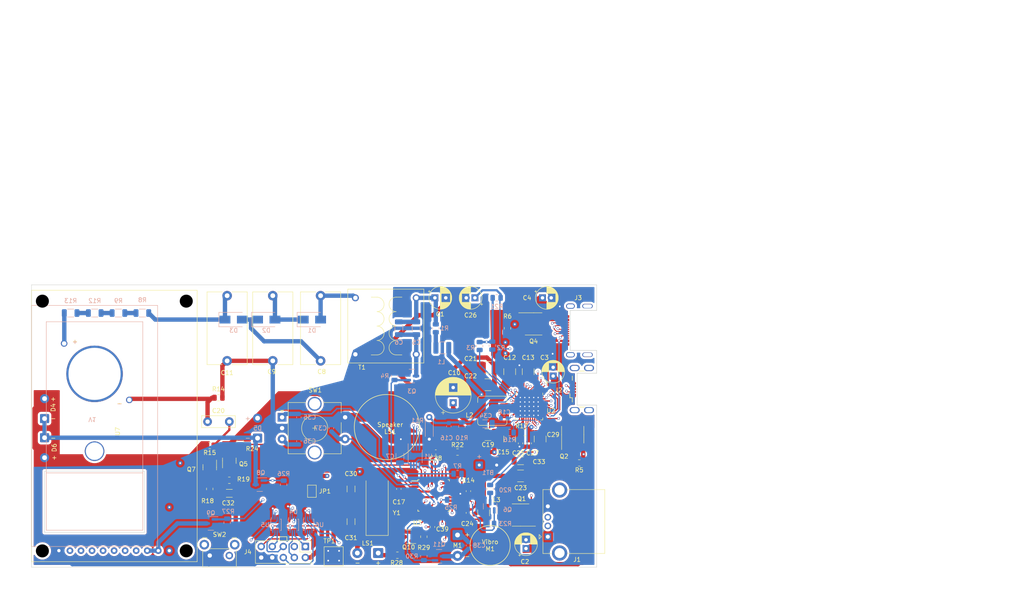
<source format=kicad_pcb>
(kicad_pcb (version 20211014) (generator pcbnew)
  (layers (0 "F.Cu" signal) (1 "In1.Cu" signal) (2 "In2.Cu" signal) (31 "B.Cu" signal) (34 "B.Paste" user) (35 "F.Paste" user) (36 "B.SilkS" user "B.Silkscreen") (37 "F.SilkS" user "F.Silkscreen") (38 "B.Mask" user) (39 "F.Mask" user) (44 "Edge.Cuts" user))
  (net 0 "")
  (net 1 "VCC")
  (net 2 "GND")
  (net 3 "Net-(C1-Pad1)")
  (net 4 "USB_OUT_VBUS")
  (net 5 "USB_M_IN_VBUS")
  (net 6 "USB_IN_VBUS")
  (net 7 "USB_VSYS")
  (net 8 "Net-(C5-Pad1)")
  (net 9 "Net-(C8-Pad2)")
  (net 10 "Net-(C7-Pad2)")
  (net 11 "Net-(C11-Pad2)")
  (net 12 "USB_OUT_VOUT2")
  (net 13 "RESET")
  (net 14 "Net-(C24-Pad1)")
  (net 15 "SPEAKER")
  (net 16 "USB_VMID")
  (net 17 "VREG")
  (net 18 "Net-(C8-Pad1)")
  (net 19 "USB_OUT_D-")
  (net 20 "USB_OUT_D+")
  (net 21 "unconnected-(J1-Pad5)")
  (net 22 "USB_IN_CC1")
  (net 23 "+5V")
  (net 24 "USB_IN_D+")
  (net 25 "USB_IN_D-")
  (net 26 "Net-(C9-Pad1)")
  (net 27 "USB_IN_CC2")
  (net 28 "Net-(C14-Pad1)")
  (net 29 "Net-(C16-Pad2)")
  (net 30 "Net-(L1-Pad2)")
  (net 31 "UV_PWM")
  (net 32 "DCDC_L")
  (net 33 "Net-(C18-Pad1)")
  (net 34 "RADIATION_VALUE")
  (net 35 "FLASHLIGHT")
  (net 36 "TFT_ENABLE")
  (net 37 "Net-(C31-Pad1)")
  (net 38 "VIBRO")
  (net 39 "USB_INT")
  (net 40 "Net-(C20-Pad1)")
  (net 41 "Net-(C20-Pad2)")
  (net 42 "Net-(C30-Pad1)")
  (net 43 "ENCODER_A")
  (net 44 "ENCODER_B")
  (net 45 "ENCODER_CLICK")
  (net 46 "Net-(D4-Pad1)")
  (net 47 "USB_KEY")
  (net 48 "USB_M_IN_D-")
  (net 49 "USB_M_IN_D+")
  (net 50 "USB_OUT_VBUS_G")
  (net 51 "unconnected-(J2-Pad6)")
  (net 53 "Net-(C32-Pad2)")
  (net 54 "Net-(C38-Pad1)")
  (net 56 "USB_I2C_SCL")
  (net 57 "RXD")
  (net 58 "TXD")
  (net 59 "MOSI")
  (net 60 "MISO")
  (net 61 "SCK")
  (net 62 "unconnected-(J3-PadS1)")
  (net 63 "Net-(J4-Pad1)")
  (net 64 "TFT_RESET")
  (net 66 "Net-(J4-Pad4)")
  (net 67 "USB_M_IN_VBUS_G")
  (net 68 "Net-(J4-Pad5)")
  (net 69 "Net-(R8-Pad2)")
  (net 70 "USB_IN_VBUS_G")
  (net 71 "USB_FORCE_ON")
  (net 72 "Net-(J4-Pad6)")
  (net 73 "Net-(Q5-Pad3)")
  (net 74 "Net-(J4-Pad7)")
  (net 75 "Net-(J4-Pad9)")
  (net 76 "Net-(R9-Pad2)")
  (net 77 "USB_I2C_SDA")
  (net 78 "USB_I2C_ENABLE")
  (net 79 "Net-(R12-Pad2)")
  (net 80 "Net-(R13-Pad2)")
  (net 81 "WAKEUP_BUTTON")
  (net 82 "Net-(R16-Pad2)")
  (net 83 "TFT_DC")
  (net 84 "Net-(LS1-Pad1)")
  (net 85 "MCU_I2C_SDA")
  (net 90 "Net-(Q6-Pad3)")
  (net 91 "Net-(Q9-Pad3)")
  (net 92 "MCU_I2C_SCL")
  (net 93 "Net-(LS1-Pad2)")
  (footprint "Capacitor_THT:CP_Radial_D5.0mm_P2.00mm" (layer "F.Cu") (at 169.26 135.745113 90)
    (fp_text reference "C2")
    (fp_text value "10 uF" hide)
  )
  (footprint "Capacitor_SMD:C_1206_3216Metric" (layer "F.Cu") (at 129.01 129.565 90)
    (fp_text reference "C31")
    (fp_text value "18 pF" hide)
  )
  (footprint "Resistor_SMD:R_0805_2012Metric" (layer "F.Cu") (at 101.01 120.04 180)
    (fp_text reference "R19")
    (fp_text value "200K" hide)
  )
  (footprint "Package_DFN_QFN:QFN-40-1EP_6x6mm_P0.5mm_EP4.6x4.6mm_ThermalVias" (layer "F.Cu") (at 170.01 103.04 -90)
    (fp_text reference "U2")
    (fp_text value "IP5328P" hide)
  )
  (footprint "Capacitor_SMD:C_1210_3225Metric" (layer "F.Cu") (at 169.76 95.04 90)
    (fp_text reference "C13")
    (fp_text value "22 uF" hide)
  )
  (footprint "Resistor_SMD:R_0805_2012Metric" (layer "F.Cu") (at 98.51 101.04 180)
    (fp_text reference "R14")
    (fp_text value "200K" hide)
  )
  (footprint "Capacitor_SMD:C_0603_1608Metric" (layer "F.Cu") (at 156.01 127.54 90)
    (fp_text reference "C24")
    (fp_text value "100 nF" hide)
  )
  (footprint "Resistor_SMD:R_0805_2012Metric" (layer "F.Cu") (at 103.51 111.04 90)
    (fp_text reference "R24")
    (fp_text value "10K" hide)
  )
  (footprint "Capacitor_THT:CP_Radial_D5.0mm_P2.00mm" (layer "F.Cu") (at 157.51 78.04 180)
    (fp_text reference "C26")
    (fp_text value "10 uF" hide)
  )
  (footprint "Resistor_SMD:R_0805_2012Metric" (layer "F.Cu") (at 165.01 85.04 90)
    (fp_text reference "R6")
    (fp_text value "10K" hide)
  )
  (footprint "Package_SO:SO-8_3.9x4.9mm_P1.27mm" (layer "F.Cu") (at 180.01 109.54 90)
    (fp_text reference "Q2")
    (fp_text value "IRF7424PBF" hide)
  )
  (footprint "Capacitor_SMD:C_1210_3225Metric" (layer "F.Cu") (at 172.51 110.54 -90)
    (fp_text reference "C29")
    (fp_text value "22 uF" hide)
  )
  (footprint "Jumper:SolderJumper-2_P1.3mm_Open_TrianglePad1.0x1.5mm" (layer "F.Cu") (at 120.01 122.565 90)
    (fp_text reference "JP1")
    (fp_text value "SolderJumper_2_Open" hide)
  )
  (footprint "Capacitor_SMD:C_1210_3225Metric" (layer "F.Cu") (at 165.51 110.54 -90)
    (fp_text reference "C15")
    (fp_text value "22 uF" hide)
  )
  (footprint "Capacitor_SMD:C_0603_1608Metric" (layer "F.Cu") (at 156.01 122.54 90)
    (fp_text reference "C14")
    (fp_text value "100 nF" hide)
  )
  (footprint "Capacitor_SMD:C_1210_3225Metric" (layer "F.Cu") (at 160.51 109.54 180)
    (fp_text reference "C19")
    (fp_text value "22 uF" hide)
  )
  (footprint "Capacitor_SMD:C_1206_3216Metric" (layer "F.Cu") (at 168.01 115.54)
    (fp_text reference "C33")
    (fp_text value "2.2 uF" hide)
  )
  (footprint "Capacitor_SMD:C_1210_3225Metric" (layer "F.Cu") (at 160.51 98.04)
    (fp_text reference "C22")
    (fp_text value "22 uF" hide)
  )
  (footprint "Connector_PinHeader_2.54mm:PinHeader_2x05_P2.54mm_Vertical" (layer "F.Cu") (at 118.51 135.29 -90)
    (fp_text reference "J4")
    (fp_text value "USBASP" hide)
  )
  (footprint "Capacitor_THT:C_Rect_L16.5mm_W9.0mm_P15.00mm_MKT" (layer "F.Cu") (at 111.01 77.54 -90)
    (fp_text reference "C9")
    (fp_text value "0.1 uF, 630V" hide)
  )
  (footprint "Package_SO:SOIC-8_3.9x4.9mm_P1.27mm" (layer "F.Cu") (at 168.01 128.04 180)
    (fp_text reference "Q1")
    (fp_text value "IRF7413ZPbF" hide)
  )
  (footprint "Capacitor_SMD:C_0603_1608Metric" (layer "F.Cu") (at 140.01 122.04 -90)
    (fp_text reference "C17")
    (fp_text value "100 nF" hide)
  )
  (footprint "Capacitor_THT:C_Rect_L16.5mm_W9.0mm_P15.00mm_MKT" (layer "F.Cu") (at 100.51 92.54 90)
    (fp_text reference "C11")
    (fp_text value "0.1 uF, 630V" hide)
  )
  (footprint "Package_TO_SOT_SMD:SOT-23" (layer "F.Cu") (at 142.26 133.04 180)
    (fp_text reference "Q10")
    (fp_text value "IRLML0030" hide)
  )
  (footprint "Connector_Wire:SolderWire-0.5sqmm_1x02_P4.8mm_D0.9mm_OD2.3mm" (layer "F.Cu") (at 153.51 132.64 -90)
    (fp_text reference "M1")
    (fp_text value "VibroMotor, 3V, 8x2.7mm" hide)
  )
  (footprint "Resistor_SMD:R_0805_2012Metric" (layer "F.Cu") (at 181.51 116.04 180)
    (fp_text reference "R5")
    (fp_text value "10K")
  )
  (footprint "Library:Display_1.18inch_st7735" (layer "F.Cu") (at 93.61 138.78 90)
    (fp_text reference "U7")
    (fp_text value "Display_1.18inch_st7535" hide)
  )
  (footprint "Rotary_Encoder:RotaryEncoder_Alps_EC11E-Switch_Vertical_H20mm_CircularMountingHoles" (layer "F.Cu") (at 113.15 105.54)
    (fp_text reference "SW1")
    (fp_text value "EC11W****" hide)
  )
  (footprint "Capacitor_SMD:C_0603_1608Metric" (layer "F.Cu") (at 148.51 113.54 180)
    (fp_text reference "C28")
    (fp_text value "100 nF" hide)
  )
  (footprint "Package_QFP:TQFP-32_7x7mm_P0.8mm" (layer "F.Cu") (at 148.01 123.54)
    (fp_text reference "U3")
    (fp_text value "ATmega328P-A" hide)
  )
  (footprint "Connector_Wire:SolderWire-0.5sqmm_1x02_P4.8mm_D0.9mm_OD2.3mm" (layer "F.Cu") (at 135.26 136.79 180)
    (fp_text reference "LS1")
    (fp_text value "Speaker, D13mm" hide)
  )
  (footprint "Library:USB_Micro-B" (layer "F.Cu") (at 182.31 99.04 90)
    (fp_text reference "J2")
    (fp_text value "USB_B_Micro" hide)
    (fp_line (start -3.7 -1.3) (end -3.7 3.2) (layer "Edge.Cuts") (width 0.12))
    (fp_line (start -3.7 -1.3) (end 3.65 -1.3) (layer "Edge.Cuts") (width 0.12))
    (fp_line (start 3.65 -1.3) (end 3.65 3.2) (layer "Edge.Cuts") (width 0.12))
    (fp_line (start 3.65 3.2) (end 5.95 3.2) (layer "Edge.Cuts") (width 0.12))
    (fp_line (start -3.7 3.2) (end -5.95 3.2) (layer "Edge.Cuts") (width 0.12))
  )
  (footprint "TestPoint:TestPoint_Pad_4.0x4.0mm" (layer "F.Cu") (at 125.01 137.54)
    (fp_text reference "TP1")
    (fp_text value "GND" hide)
  )
  (footprint "Capacitor_THT:C_Rect_L16.5mm_W9.0mm_P15.00mm_MKT" (layer "F.Cu") (at 122.01 77.54 -90)
    (fp_text reference "C8")
    (fp_text value "0.1 uF, 630V" hide)
  )
  (footprint "Connector_Wire:SolderWire-0.5sqmm_1x02_P4.6mm_D0.9mm_OD2.1mm" (layer "F.Cu") (at 58.51 105.84 90)
    (fp_text reference "D4")
    (fp_text value "FLASH" hide)
  )
  (footprint "Resistor_SMD:R_0805_2012Metric" (layer "F.Cu") (at 145.76 133.04 -90)
    (fp_text reference "R29")
    (fp_text value "1M" hide)
  )
  (footprint "Capacitor_THT:CP_Radial_D5.0mm_P2.00mm" (layer "F.Cu") (at 175.51 96.04 90)
    (fp_text reference "C3")
    (fp_text value "10 uF" hide)
  )
  (footprint "Resistor_SMD:R_0805_2012Metric" (layer "F.Cu") (at 96.51 112.04 180)
    (fp_text reference "R15")
    (fp_text value "200K** (82K ?)" hide)
  )
  (footprint "Capacitor_THT:CP_Radial_D8.0mm_P3.50mm" (layer "F.Cu") (at 152.51 102.192651 90)
    (fp_text reference "C10")
    (fp_text value "220 uF" hide)
  )
  (footprint "Button_Switch_THT:SW_Tactile_SKHH_Angled" (layer "F.Cu") (at 101.01 137.365 180)
    (fp_text reference "SW2")
    (fp_text value "B3F3150" hide)
  )
  (footprint "Capacitor_SMD:C_1210_3225Metric" (layer "F.Cu") (at 168.01 119.04)
    (fp_text reference "C23")
    (fp_text value "22 uF" hide)
  )
  (footprint "Capacitor_SMD:C_0603_1608Metric" (layer "F.Cu") (at 170.01 111.54 -90)
    (fp_text reference "C27")
    (fp_text value "100 nF" hide)
  )
  (footprint "Capacitor_THT:CP_Radial_D5.0mm_P2.00mm" (layer "F.Cu") (at 173.054888 78.04)
    (fp_text reference "C4")
    (fp_text value "10 uF" hide)
  )
  (footprint "Connector_Wire:SolderWire-0.5sqmm_1x02_P4.6mm_D0.9mm_OD2.1mm" (layer "F.Cu") (at 58.51 110.24 -90)
    (fp_text reference "D6")
    (fp_text value "FLASH" hide)
  )
  (footprint "Capacitor_SMD:C_1206_3216Metric" (layer "F.Cu") (at 129.01 122.04 -90)
    (fp_text reference "C30")
    (fp_text value "18 pF" hide)
  )
  (footprint "Capacitor_SMD:C_0603_1608Metric" (layer "F.Cu") (at 147.76 130.79 90)
    (fp_text reference "C39")
    (fp_text value "100 nF" hide)
  )
  (footprint "Capacitor_THT:C_Disc_D7.5mm_W2.5mm_P5.00mm" (layer "F.Cu") (at 96.01 106.54)
    (fp_text reference "C20")
    (fp_text value "~10 pF, 630V" hide)
  )
  (footprint "Crystal:Crystal_SMD_HC49-SD" (layer "F.Cu") (at 135.01 126.04 90)
    (fp_text reference "Y1")
    (fp_text value "HC-49SM, 8MHz" hide)
  )
  (footprint "Capacitor_SMD:C_1206_3216Metric" (layer "F.Cu") (at 101.01 123.04 180)
    (fp_text reference "C32")
    (fp_text value "200 pF***" hide)
  )
  (footprint "Package_TO_SOT_SMD:SOT-23" (layer "F.Cu") (at 101.01 115.54 90)
    (fp_text reference "Q7")
    (fp_text value "BC847" hide)
  )
  (footprint "Resistor_SMD:R_0805_2012Metric" (layer "F.Cu") (at 139.6725 137.29)
    (fp_text reference "R28")
    (fp_text value "0 ?" hide)
  )
  (footprint "Resistor_SMD:R_0805_2012Metric" (layer "F.Cu") (at 96.51 122.04 -90)
    (fp_text reference "R18")
    (fp_text value "10K***" hide)
  )
  (footprint "Capacitor_SMD:C_1210_3225Metric" (layer "F.Cu") (at 165.51 95.04 90)
    (fp_text reference "C12")
    (fp_text value "22 uF" hide)
  )
  (footprint "Inductor_SMD:L_Sumida_CDMC6D28_7.25x6.5mm" (layer "F.Cu") (at 161.51 104.04)
    (fp_text reference "L2")
    (fp_text value "2.2 uH" hide)
  )
  (footprint "Capacitor_SMD:C_1210_3225Metric" (layer "F.Cu") (at 159.51 127.54 90)
    (fp_text reference "L3")
    (fp_text value "10 uH" hide)
  )
  (footprint "Library:transformator-4-sh4x4" (layer "F.Cu") (at 137.01 84.54 -90)
    (fp_text reference "T1")
    (fp_text value "Transformer_1P_1S" hide)
  )
  (footprint "Package_TO_SOT_SMD:SOT-23" (layer "F.Cu") (at 96.51 117.04 -90)
    (fp_text reference "Q5")
    (fp_text value "BC857" hide)
  )
  (footprint "Resistor_SMD:R_0805_2012Metric" (layer "F.Cu") (at 153.51 113.54)
    (fp_text reference "R22")
    (fp_text value "10K" hide)
  )
  (footprint "Package_SO:SO-8_3.9x4.9mm_P1.27mm" (layer "F.Cu") (at 171.01 84.04)
    (fp_text reference "Q4")
    (fp_text value "IRF7424PBF" hide)
  )
  (footprint "Resistor_SMD:R_0805_2012Metric" (layer "F.Cu") (at 169.01 109.04 180)
    (fp_text reference "R17")
    (fp_text value "0.01" hide)
  )
  (footprint "Library:USB_A" (layer "F.Cu") (at 176.9925 129.54 90)
    (fp_text reference "J1")
    (fp_text value "USB_A" hide)
  )
  (footprint "Capacitor_SMD:C_1210_3225Metric" (layer "F.Cu") (at 160.51 94.04)
    (fp_text reference "C21")
    (fp_text value "22 uF" hide)
  )
  (footprint "Capacitor_THT:CP_Radial_D5.0mm_P2.50mm" (layer "F.Cu") (at 148.304888 78.04)
    (fp_text reference "C1")
    (fp_text value "100 uF" hide)
  )
  (footprint "Library:USB_C_P16_MIDMOUNT_1.6" (layer "F.Cu") (at 181.11 85.54 90)
    (fp_text reference "J3")
    (fp_text value "USB_C_Receptacle_USB2.0" hide)
    (fp_line (start -4.6 4.4) (end -6.2 4.4) (layer "Edge.Cuts") (width 0.12))
    (fp_line (start 6.4 4.4) (end 4.6 4.4) (layer "Edge.Cuts") (width 0.12))
    (fp_line (start 4.6 -1.7) (end -4.6 -1.7) (layer "Edge.Cuts") (width 0.12))
    (fp_line (start -4.6 -1.7) (end -4.6 4.4) (layer "Edge.Cuts") (width 0.12))
    (fp_line (start 4.6 4.4) (end 4.6 -1.7) (layer "Edge.Cuts") (width 0.12))
  )
  (footprint "Capacitor_SMD:C_0603_1608Metric" (layer "F.Cu") (at 168.01 111.54 -90)
    (fp_text reference "C25")
    (fp_text value "100 nF" hide)
  )
  (footprint "Package_TO_SOT_SMD:SOT-23" (layer "B.Cu") (at 161.01 126.04 90)
    (fp_text reference "Q6")
    (fp_text value "IRLML0030" hide)
  )
  (footprint "Resistor_SMD:R_0805_2012Metric" (layer "B.Cu") (at 113.51 121.04 90)
    (fp_text reference "R26")
    (fp_text value "1M" hide)
  )
  (footprint "Package_TO_SOT_SMD:SOT-23" (layer "B.Cu") (at 143.01 96.04)
    (fp_text reference "Q3")
    (fp_text value "IRLML0030" hide)
  )
  (footprint "Capacitor_SMD:C_0603_1608Metric" (layer "B.Cu") (at 151.51 107.6275 90)
    (fp_text reference "C16")
    (fp_text value "100 nF" hide)
  )
  (footprint "Resistor_SMD:R_1206_3216Metric" (layer "B.Cu") (at 75.51 81.54 180)
    (fp_text reference "R9")
    (fp_text value "2M, 200V" hide)
  )
  (footprint "Package_TO_SOT_SMD:SOT-23" (layer "B.Cu") (at 149.26 137.54)
    (fp_text reference "Q11")
    (fp_text value "IRLML0030" hide)
  )
  (footprint "Diode_SMD:D_SMA" (layer "B.Cu") (at 120.01 83.04)
    (fp_text reference "D1")
    (fp_text value "US1M" hide)
  )
  (footprint "Resistor_SMD:R_0805_2012Metric" (layer "B.Cu") (at 148.51 85.04 90)
    (fp_text reference "R1")
    (fp_text value "10" hide)
  )
  (footprint "Resistor_SMD:R_0805_2012Metric" (layer "B.Cu") (at 165.51 109.04)
    (fp_text reference "R16")
    (fp_text value "114K" hide)
  )
  (footprint "Connector_Wire:SolderWire-0.5sqmm_1x02_P4.6mm_D0.9mm_OD2.1mm" (layer "B.Cu") (at 107.51 110.34 90)
    (fp_text reference "D5")
    (fp_text value "FLASH" hide)
  )
  (footprint "Resistor_SMD:R_0805_2012Metric" (layer "B.Cu") (at 153.51 118.54 180)
    (fp_text reference "R7")
    (fp_text value "200K" hide)
  )
  (footprint "Capacitor_SMD:C_0603_1608Metric" (layer "B.Cu") (at 164.26 105.79 180)
    (fp_text reference "C18")
    (fp_text value "100 nF" hide)
  )
  (footprint "Resistor_SMD:R_1206_3216Metric" (layer "B.Cu") (at 70.0475 81.54 180)
    (fp_text reference "R12")
    (fp_text value "2M, 200V" hide)
  )
  (footprint "Resistor_SMD:R_0805_2012Metric" (layer "B.Cu") (at 100.51 129.79 90)
    (fp_text reference "R27")
    (fp_text value "1M" hide)
  )
  (footprint "Capacitor_SMD:C_1206_3216Metric" (layer "B.Cu") (at 140.26 114.54 -90)
    (fp_text reference "C7")
    (fp_text value "200 pF" hide)
  )
  (footprint "Package_SO:MSOP-8_3x3mm_P0.65mm" (layer "B.Cu") (at 143.76 114.54 -90)
    (fp_text reference "U1")
    (fp_text value "PCA9306" hide)
  )
  (footprint "Capacitor_SMD:C_1206_3216Metric" (layer "B.Cu") (at 144.01 85.04 90)
    (fp_text reference "C5")
    (fp_text value "21 nF *" hide)
  )
  (footprint "Resistor_SMD:R_0805_2012Metric" (layer "B.Cu") (at 158.5975 89.1275 -90)
    (fp_text reference "R3")
    (fp_text value "3.3K" hide)
  )
  (footprint "Capacitor_SMD:C_1210_3225Metric" (layer "B.Cu") (at 150.01 89.54 180)
    (fp_text reference "L1")
    (fp_text value "10 uH" hide)
  )
  (footprint "Capacitor_SMD:C_0603_1608Metric" (layer "B.Cu") (at 156.01 135.04 90)
    (fp_text reference "C38")
    (fp_text value "100 nF" hide)
  )
  (footprint "Package_SO:VSSOP-8_2.4x2.1mm_P0.5mm" (layer "B.Cu") (at 119.26 130.29 -90)
    (fp_text reference "U6")
    (fp_text value "SN74LVC2T45DCUR" hide)
  )
  (footprint "Package_SO:VSSOP-8_2.4x2.1mm_P0.5mm" (layer "B.Cu") (at 111.76 130.29 -90)
    (fp_text reference "U5")
    (fp_text value "SN74LVC2T45DCUR" hide)
  )
  (footprint "Resistor_THT:R_Axial_DIN0204_L3.6mm_D1.6mm_P5.08mm_Horizontal" (layer "B.Cu") (at 147.01 105.5 -90)
    (fp_text reference "R11")
    (fp_text value "100K@25C" hide)
  )
  (footprint "Resistor_SMD:R_1206_3216Metric" (layer "B.Cu") (at 64.51 81.54 180)
    (fp_text reference "R13")
    (fp_text value "2M, 200V" hide)
  )
  (footprint "Library:SBT11" (layer "B.Cu") (at 70.01 113.34)
    (fp_text reference "V1")
    (fp_text value "SBT11A" hide)
  )
  (footprint "Resistor_SMD:R_0805_2012Metric" (layer "B.Cu") (at 145.76 137.54 -90)
    (fp_text reference "R30")
    (fp_text value "1M" hide)
  )
  (footprint "Capacitor_SMD:C_1206_3216Metric" (layer "B.Cu") (at 140.01 85.04 90)
    (fp_text reference "C6")
    (fp_text value "see note LC*" hide)
  )
  (footprint "Resistor_SMD:R_0805_2012Metric" (layer "B.Cu") (at 162.51 78.04)
    (fp_text reference "R21")
    (fp_text value "10K" hide)
  )
  (footprint "Package_TO_SOT_SMD:SOT-23" (layer "B.Cu") (at 96.76 129.9775 180)
    (fp_text reference "Q9")
    (fp_text value "IRLML0030" hide)
  )
  (footprint "Package_TO_SOT_SMD:SOT-23" (layer "B.Cu") (at 108.01 121.04 180)
    (fp_text reference "Q8")
    (fp_text value "IRLML0030" hide)
  )
  (footprint "Resistor_SMD:R_0805_2012Metric" (layer "B.Cu") (at 161.01 122.04 90)
    (fp_text reference "R20")
    (fp_text value "1K" hide)
  )
  (footprint "Resistor_SMD:R_0805_2012Metric" (layer "B.Cu") (at 161.51 89.04 -90)
    (fp_text reference "R2")
    (fp_text value "3.3K" hide)
  )
  (footprint "Capacitor_SMD:C_0603_1608Metric" (layer "B.Cu") (at 117.01 105.54 -90)
    (fp_text reference "C35")
    (fp_text value "100 nF" hide)
  )
  (footprint "Diode_SMD:D_SMA" (layer "B.Cu") (at 102.01 83.04)
    (fp_text reference "D3")
    (fp_text value "US1M" hide)
  )
  (footprint "Resistor_SMD:R_0805_2012Metric" (layer "B.Cu") (at 154.51 107.6275 -90)
    (fp_text reference "R10")
    (fp_text value "82K" hide)
  )
  (footprint "Resistor_SMD:R_1206_3216Metric" (layer "B.Cu") (at 81.01 81.54 180)
    (fp_text reference "R8")
    (fp_text value "2M, 200V" hide)
  )
  (footprint "Resistor_SMD:R_0805_2012Metric" (layer "B.Cu") (at 152.01 124.54)
    (fp_text reference "R25")
    (fp_text value "RSET [?]" hide)
  )
  (footprint "Package_SO:VSSOP-8_2.4x2.1mm_P0.5mm" (layer "B.Cu") (at 115.76 130.29 -90)
    (fp_text reference "U4")
    (fp_text value "SN74LVC2T45DCUR" hide)
  )
  (footprint "Resistor_SMD:R_0805_2012Metric" (layer "B.Cu") (at 139.01 96.04 -90)
    (fp_text reference "R4")
    (fp_text value "1M" hide)
  )
  (footprint "Diode_SMD:D_SMA" (layer "B.Cu") (at 109.51 83.04)
    (fp_text reference "D2")
    (fp_text value "US1M" hide)
  )
  (footprint "Resistor_SMD:R_0805_2012Metric" (layer "B.Cu") (at 161.01 130.04 180)
    (fp_text reference "R23")
    (fp_text value "1M" hide)
  )
  (footprint "Connector_Wire:SolderWire-0.15sqmm_1x02_P4mm_D0.5mm_OD1.5mm" (layer "B.Cu") (at 158.51 116.54)
    (fp_text reference "BT1")
    (fp_text value "Li-Ion, 4.2V, 10000 mAh, 1260100" hide)
  )
  (footprint "Capacitor_SMD:C_1206_3216Metric" (layer "B.Cu") (at 160.01 107.04 180)
    (fp_text reference "C34")
    (fp_text value "2.2 uF" hide)
  )
  (footprint "Capacitor_SMD:C_0603_1608Metric" (layer "B.Cu") (at 124.51 108.04 90)
    (fp_text reference "C37")
    (fp_text value "100 nF" hide)
  )
  (footprint "Capacitor_SMD:C_0603_1608Metric" (layer "B.Cu") (at 117.01 111.04 90)
    (fp_text reference "C36")
    (fp_text value "100 nF" hide)
  )
  (gr_circle (center 137.26 107.79) (end 137.26 100.29) (layer "F.SilkS") (width 0.15) (fill none))
  (gr_line (start 112.51 133.79) (end 112.51 133.04) (layer "F.SilkS") (width 0.15))
  (gr_circle (center 161.01 135.04) (end 160.01 130.54) (layer "F.SilkS") (width 0.15) (fill none))
  (gr_line (start 112.51 133.04) (end 114.26 133.04) (layer "F.SilkS") (width 0.15))
  (gr_line (start 114.26 133.04) (end 114.26 133.79) (layer "F.SilkS") (width 0.15))
  (gr_line (start 185.51 93.09) (end 185.51 91.74) (layer "Edge.Cuts") (width 0.1))
  (gr_line (start 185.51 75.04) (end 55.51 75.04) (layer "Edge.Cuts") (width 0.1))
  (gr_rect locked (start 58.51 117.94) (end 81.51 132.04) (layer "Edge.Cuts") (width 0.1) (fill none))
  (gr_line (start 55.51 75.04) (end 55.51 140.04) (layer "Edge.Cuts") (width 0.1))
  (gr_line (start 185.51 75.04) (end 185.51 79.14) (layer "Edge.Cuts") (width 0.1))
  (gr_line (start 185.51 140.04) (end 185.51 104.99) (layer "Edge.Cuts") (width 0.1))
  (gr_line (start 55.51 140.04) (end 185.51 140.04) (layer "Edge.Cuts") (width 0.1))
  (gr_text "-" (at 105.26 110.29) (layer "B.SilkS") (effects (font (size 1 1))))
  (gr_text "-" (at 162.51 114.54) (layer "B.SilkS") (effects (font (size 1 1)) (justify mirror)))
  (gr_text "+" (at 158.51 114.54) (layer "B.SilkS") (effects (font (size 1 1)) (justify mirror)))
  (gr_text "+" (at 105.26 105.79) (layer "B.SilkS") (effects (font (size 1 1))))
  (gr_text "+" (at 60.51 101.29) (layer "F.SilkS") (effects (font (size 1 1))))
  (gr_text "-\n" (at 60.51 110.29) (layer "F.SilkS") (effects (font (size 1 1))))
  (gr_text "-" (at 130.51 139.04) (layer "F.SilkS") (effects (font (size 1 1))))
  (gr_text "-\n" (at 60.51 105.79) (layer "F.SilkS") (effects (font (size 1 1))))
  (gr_text "-" (at 75.76 102.29) (layer "F.SilkS") (effects (font (size 1 1)) (justify mirror)))
  (gr_text "+" (at 65.51 88.04) (layer "F.SilkS") (effects (font (size 1 1))))
  (gr_text "Speaker\nLS1" (at 138.01 108.04) (layer "F.SilkS") (effects (font (size 1 1))))
  (gr_text "-" (at 155.76 137.54) (layer "F.SilkS") (effects (font (size 1 1))))
  (gr_text "Vibro\nM1" (at 161.01 135.04) (layer "F.SilkS") (effects (font (size 1 1))))
  (gr_text "+" (at 155.76 132.54) (layer "F.SilkS") (effects (font (size 1 1))))
  (gr_text "+" (at 60.76 114.79) (layer "F.SilkS") (effects (font (size 1 1))))
  (gr_text "+" (at 135.26 139.04) (layer "F.SilkS") (effects (font (size 1 1))))
  (segment (start 140.01 121.265) (end 139.985 121.29) (width 0.5) (layer "F.Cu") (net 1))
  (segment (start 103.51 109.74) (end 107.51 105.74) (width 0.5) (layer "F.Cu") (net 1))
  (segment (start 117.635 120.915) (end 114.885 123.665) (width 0.5) (layer "F.Cu") (net 1))
  (segment (start 131.01 118.04) (end 136.785 118.04) (width 0.5) (layer "F.Cu") (net 1))
  (segment (start 121.602692 100.14) (end 113.11 100.14) (width 1) (layer "F.Cu") (net 1))
  (segment (start 87.26 116.79) (end 89.01 116.79) (width 1) (layer "F.Cu") (net 1))
  (segment (start 161.985 113.565) (end 161.985 113.765) (width 1) (layer "F.Cu") (net 1))
  (segment (start 159.035 100.265) (end 159.035 103.665) (width 1) (layer "F.Cu") (net 1))
  (segment (start 138.26 121.29) (end 137.51 122.04) (width 0.5) (layer "F.Cu") (net 1))
  (segment (start 94.9475 116.1025) (end 94.9475 112.69) (width 1) (layer "F.Cu") (net 1))
  (segment (start 113.11 100.14) (end 107.51 105.74) (width 1) (layer "F.Cu") (net 1))
  (segment (start 143.76 123.14) (end 141.885 123.14) (width 0.5) (layer "F.Cu") (net 1))
  (segment (start 111.01 126.54) (end 113.885 123.665) (width 0.2) (layer "F.Cu") (net 1))
  (segment (start 87.21 136.24) (end 87.21 116.84) (width 1) (layer "F.Cu") (net 1))
  (segment (start 121.727692 100.265) (end 121.602692 100.14) (width 1) (layer "F.Cu") (net 1))
  (segment (start 146.035 100.265) (end 121.727692 100.265) (width 1) (layer "F.Cu") (net 1))
  (segment (start 87.21 116.84) (end 87.26 116.79) (width 1) (layer "F.Cu") (net 1))
  (segment (start 94.9475 112.69) (end 95.5975 112.04) (width 1) (layer "F.Cu") (net 1))
  (segment (start 159.035 94.04) (end 159.035 98.04) (width 1) (layer "F.Cu") (net 1))
  (segment (start 117.635 120.165) (end 117.635 120.915) (width 0.5) (layer "F.Cu") (net 1))
  (segment (start 117.635 126.165) (end 118.51 127.04) (width 0.2) (layer "F.Cu") (net 1))
  (segment (start 161.76 113.54) (end 161.985 113.765) (width 1) (layer "F.Cu") (net 1))
  (segment (start 56.21 103.54) (end 56.21 112.54) (width 1) (layer "F.Cu") (net 1))
  (segment (start 159.035 103.665) (end 158.66 104.04) (width 1) (layer "F.Cu") (net 1))
  (segment (start 114.51 124.04) (end 114.51 126.04) (width 0.2) (layer "F.Cu") (net 1))
  (segment (start 137.51 123.54) (end 138.71 124.74) (width 0.5) (layer "F.Cu") (net 1))
  (segment (start 161.985 109.54) (end 161.985 113.565) (width 1) (layer "F.Cu") (net 1))
  (segment (start 119.76 118.04) (end 117.635 120.165) (width 0.5) (layer "F.Cu") (net 1))
  (segment (start 114.885 123.665) (end 114.51 124.04) (width 0.2) (layer "F.Cu") (net 1))
  (segment (start 138.71 124.74) (end 143.76 124.74) (width 0.5) (layer "F.Cu") (net 1))
  (segment (start 159.035 98.04) (end 159.035 100.265) (width 1) (layer "F.Cu") (net 1))
  (segment (start 158.51 116.54) (end 158.51 113.54) (width 1) (layer "F.Cu") (net 1))
  (segment (start 137.51 122.04) (end 137.51 123.54) (width 0.5) (layer "F.Cu") (net 1))
  (segment (start 171.26 106.59) (end 171.71 107.04) (width 0.3) (layer "F.Cu") (net 1))
  (segment (start 58.51 101.24) (end 56.21 103.54) (width 1) (layer "F.Cu") (net 1))
  (segment (start 60.46 116.79) (end 87.26 116.79) (width 1) (layer "F.Cu") (net 1))
  (segment (start 140.585 137.29) (end 148.86 137.29) (width 1) (layer "F.Cu") (net 1))
  (segment (start 94.9475 116.1025) (end 95.01 116.04) (width 1) (layer "F.Cu") (net 1))
  (segment (start 154.4225 113.54) (end 158.51 113.54) (width 1) (layer "F.Cu") (net 1))
  (segment (start 161.01 119.04) (end 166.535 119.04) (width 1) (layer "F.Cu") (net 1))
  (segment (start 89.709999 116.090001) (end 89.722498 116.1025) (width 1) (layer "F.Cu") (net 1))
  (segment (start 171.71 107.04) (end 171.91 107.04) (width 0.3) (layer "F.Cu") (net 1))
  (segment (start 89.01 116.79) (end 89.709999 116.090001) (width 1) (layer "F.Cu") (net 1))
  (segment (start 159.51 126.065) (end 159.51 117.54) (width 1) (layer "F.Cu") (net 1))
  (segment (start 139.985 121.29) (end 138.26 121.29) (width 0.5) (layer "F.Cu") (net 1))
  (segment (start 131.01 118.04) (end 119.76 118.04) (width 0.5) (layer "F.Cu") (net 1))
  (segment (start 117.635 120.915) (end 117.635 126.165) (width 0.2) (layer "F.Cu") (net 1))
  (segment (start 58.51 114.84) (end 60.46 116.79) (width 1) (layer "F.Cu") (net 1))
  (segment (start 158.51 113.54) (end 161.76 113.54) (width 1) (layer "F.Cu") (net 1))
  (segment (start 159.035 100.265) (end 146.035 100.265) (width 1) (layer "F.Cu") (net 1))
  (segment (start 141.885 123.14) (end 140.01 121.265) (width 0.5) (layer "F.Cu") (net 1))
  (segment (start 148.86 137.29) (end 153.51 132.64) (width 1) (layer "F.Cu") (net 1))
  (segment (start 89.722498 116.1025) (end 94.9475 116.1025) (width 1) (layer "F.Cu") (net 1))
  (segment (start 171.26 105.99) (end 171.26 106.59) (width 0.3) (layer "F.Cu") (net 1))
  (segment (start 103.51 110.1275) (end 103.51 109.74) (width 0.5) (layer "F.Cu") (net 1))
  (segment (start 136.785 118.04) (end 140.01 121.265) (width 0.5) (layer "F.Cu") (net 1))
  (segment (start 113.885 123.665) (end 114.885 123.665) (width 0.2) (layer "F.Cu") (net 1))
  (segment (start 158.51 116.54) (end 161.01 119.04) (width 1) (layer "F.Cu") (net 1))
  (segment (start 159.51 117.54) (end 158.51 116.54) (width 1) (layer "F.Cu") (net 1))
  (segment (start 56.21 112.54) (end 58.51 114.84) (width 1) (layer "F.Cu") (net 1))
  (via (at 89.709999 116.090001) (size 1) (drill 0.4) (layers "F.Cu" "B.Cu") (net 1))
  (via (at 159.035 100.265) (size 1) (drill 0.4) (layers "F.Cu" "B.Cu") (net 1))
  (via (at 118.51 127.04) (size 0.6) (drill 0.4) (layers "F.Cu" "B.Cu") (net 1))
  (via (at 87.21 126.24) (size 1) (drill 0.4) (layers "F.Cu" "B.Cu") (net 1))
  (via (at 114.51 126.04) (size 0.6) (drill 0.4) (layers "F.Cu" "B.Cu") (net 1))
  (via (at 131.01 118.04) (size 1) (drill 0.4) (layers "F.Cu" "B.Cu") (net 1))
  (via (at 171.91 107.04) (size 0.6) (drill 0.4) (layers "F.Cu" "B.Cu") (net 1))
  (via (at 161.985 113.565) (size 1) (drill 0.4) (layers "F.Cu" "B.Cu") (net 1))
  (via (at 111.01 126.54) (size 0.6) (drill 0.4) (layers "F.Cu" "B.Cu") (net 1))
  (segment (start 153.51 132.64) (end 154.385 132.64) (width 1) (layer "B.Cu") (net 1))
  (segment (start 154.385 132.64) (end 156.01 134.265) (width 1) (layer "B.Cu") (net 1))
  (segment (start 156.01 97.29) (end 159.01 100.29) (width 1) (layer "B.Cu") (net 1))
  (segment (start 165.51 107.04) (end 161.485 107.04) (width 0.2) (layer "B.Cu") (net 1))
  (segment (start 118.51 128.74) (end 118.51 127.04) (width 0.2) (layer "B.Cu") (net 1))
  (segment (start 111.01 128.74) (end 111.01 126.54) (width 0.3) (layer "B.Cu") (net 1))
  (segment (start 120.01 131.04) (end 118.51 129.54) (width 0.2) (layer "B.Cu") (net 1))
  (segment (start 118.51 129.54) (end 118.51 128.74) (width 0.2) (layer "B.Cu") (net 1))
  (segment (start 120.01 131.84) (end 120.01 131.04) (width 0.2) (layer "B.Cu") (net 1))
  (segment (start 156.01 95.79) (end 156.01 97.29) (width 1) (layer "B.Cu") (net 1))
  (segment (start 115.01 128.74) (end 115.01 126.54) (width 0.2) (layer "B.Cu") (net 1))
  (segment (start 171.11 106.24) (end 166.31 106.24) (width 0.2) (layer "B.Cu") (net 1))
  (segment (start 151.485 91.265) (end 156.01 95.79) (width 1) (layer "B.Cu") (net 1))
  (segment (start 171.91 107.04) (end 171.11 106.24) (width 0.2) (layer "B.Cu") (net 1))
  (segment (start 166.31 106.24) (end 165.51 107.04) (width 0.2) (layer "B.Cu") (net 1))
  (segment (start 115.01 126.54) (end 114.51 126.04) (width 0.2) (layer "B.Cu") (net 1))
  (segment (start 151.485 89.54) (end 151.485 91.265) (width 1) (layer "B.Cu") (net 1))
  (segment (start 147.81 123.94) (end 148.61 123.14) (width 0.5) (layer "F.Cu") (net 2))
  (segment (start 147.01 110.58) (end 153.47 110.58) (width 0.5) (layer "F.Cu") (net 2))
  (segment (start 156.985 121.765) (end 156.01 121.765) (width 0.5) (layer "F.Cu") (net 2))
  (segment (start 147.01 110.58) (end 145.3 110.58) (width 2) (layer "F.Cu") (net 2))
  (segment (start 175.385 90.915) (end 175.51 91.04) (width 0.5) (layer "F.Cu") (net 2))
  (segment (start 145.3 110.58) (end 140.47 110.58) (width 2) (layer "F.Cu") (net 2))
  (segment (start 180.235 98.39) (end 180.235 97.74) (width 0.2) (layer "F.Cu") (net 2))
  (segment (start 135.51 91.04) (end 144.51 82.04) (width 1) (layer "F.Cu") (net 2))
  (segment (start 129.01 123.515) (end 129.01 125.04) (width 1) (layer "F.Cu") (net 2))
  (segment (start 167.735 93.565) (end 162.46 93.565) (width 1) (layer "F.Cu") (net 2))
  (segment (start 145.76 132.1275) (end 147.1975 132.1275) (width 1) (layer "F.Cu") (net 2))
  (segment (start 166.76 112.29) (end 167.76 112.29) (width 1) (layer "F.Cu") (net 2))
  (segment (start 179.535 97.04) (end 180.235 97.74) (width 1) (layer "F.Cu") (net 2))
  (segment (start 175.054888 77.584888) (end 175.054888 78.04) (width 0.5) (layer "F.Cu") (net 2))
  (segment (start 143.1975 132.09) (end 142.9475 131.84) (width 1) (layer "F.Cu") (net 2))
  (segment (start 153.47 110.58) (end 157.995 110.58) (width 0.5) (layer "F.Cu") (net 2))
  (segment (start 169.485 117.015) (end 170.285 117.015) (width 1) (layer "F.Cu") (net 2))
  (segment (start 168.01 112.315) (end 170.01 112.315) (width 1) (layer "F.Cu") (net 2))
  (segment (start 152.51 98.692651) (end 152.51 94.54) (width 1) (layer "F.Cu") (net 2))
  (segment (start 155.26 91.79) (end 160.26 91.79) (width 1) (layer "F.Cu") (net 2))
  (segment (start 170.285 117.015) (end 172.51 114.79) (width 1) (layer "F.Cu") (net 2))
  (segment (start 148.11 122.64) (end 148.61 123.14) (width 0.5) (layer "F.Cu") (net 2))
  (segment (start 152.26 123.14) (end 154.16 123.14) (width 0.5) (layer "F.Cu") (net 2))
  (segment (start 142.9475 131.84) (end 138.11 131.84) (width 1) (layer "F.Cu") (net 2))
  (segment (start 168.01 112.315) (end 165.81 112.315) (width 1) (layer "F.Cu") (net 2))
  (segment (start 144.71 122.34) (end 145.01 122.64) (width 0.5) (layer "F.Cu") (net 2))
  (segment (start 157.76 125.400051) (end 157.76 122.54) (width 0.5) (layer "F.Cu") (net 2))
  (segment (start 147.1975 132.1275) (end 147.76 131.565) (width 1) (layer "F.Cu") (net 2))
  (segment (start 169.485 117.015) (end 169.485 115.54) (width 1) (layer "F.Cu") (net 2))
  (segment (start 140.01 122.815) (end 141.135 123.94) (width 0.5) (layer "F.Cu") (net 2))
  (segment (start 99.4225 101.04) (end 99.4225 93.6275) (width 1) (layer "F.Cu") (net 2))
  (segment (start 102.4725 123.0275) (end 102.485 123.04) (width 0.5) (layer "F.Cu") (net 2))
  (segment (start 102.4725 120.59) (end 102.4725 123.0275) (width 0.5) (layer "F.Cu") (net 2))
  (segment (start 161.985 94.04) (end 161.985 98.04) (width 1) (layer "F.Cu") (net 2))
  (segment (start 171.76 104.79) (end 170.01 103.04) (width 0.2) (layer "F.Cu") (net 2))
  (segment (start 157.71 125.84) (end 157.71 125.450051) (width 0.5) (layer "F.Cu") (net 2))
  (segment (start 141.135 123.94) (end 143.76 123.94) (width 0.5) (layer "F.Cu") (net 2))
  (segment (start 102.485 123.04) (end 102.485 131.965) (width 1) (layer "F.Cu") (net 2))
  (segment (start 170.51 86.04) (end 170.51 78.04) (width 0.5) (layer "F.Cu") (net 2))
  (segment (start 156.01 126.765) (end 156.785 126.765) (width 0.5) (layer "F.Cu") (net 2))
  (segment (start 152.51 98.692651) (end 143.162651 98.692651) (width 1) (layer "F.Cu") (net 2))
  (segment (start 129.26 133.29) (end 125.01 137.54) (width 1) (layer "F.Cu") (net 2))
  (segment (start 157.76 122.54) (end 156.985 121.765) (width 0.5) (layer "F.Cu") (net 2))
  (segment (start 99.4225 93.6275) (end 100.51 92.54) (width 1) (layer "F.Cu") (net 2))
  (segment (start 154.635 123.14) (end 156.01 121.765) (width 0.5) (layer "F.Cu") (net 2))
  (segment (start 147.735 111.305) (end 147.01 110.58) (width 0.5) (layer "F.Cu") (net 2))
  (segment (start 177.032444 80.017556) (end 175.054888 78.04) (width 0.5) (layer "F.Cu") (net 2))
  (segment (start 154.16 123.14) (end 154.635 123.14) (width 0.5) (layer "F.Cu") (net 2))
  (segment (start 165.81 112.315) (end 165.51 112.015) (width 1) (layer "F.Cu") (net 2))
  (segment (start 150.804888 78.04) (end 155.51 78.04) (width 1) (layer "F.Cu") (net 2))
  (segment (start 100.51 92.54) (end 111.01 92.54) (width 1) (layer "F.Cu") (net 2))
  (segment (start 171.76 105.9775) (end 171.76 104.79) (width 0.2) (layer "F.Cu") (net 2))
  (segment (start 178.6 82.34) (end 178.6 81.585112) (width 0.5) (layer "F.Cu") (net 2))
  (segment (start 147.735 113.54) (end 147.735 111.305) (width 0.5) (layer "F.Cu") (net 2))
  (segment (start 176.51 94.04) (end 179.51 97.04) (width 1) (layer "F.Cu") (net 2))
  (segment (start 175.51 94.04) (end 176.51 94.04) (width 1) (layer "F.Cu") (net 2))
  (segment (start 129.01 125.04) (end 125.01 129.04) (width 1) (layer "F.Cu") (net 2))
  (segment (start 125.01 129.04) (end 125.01 137.54) (width 1) (layer "F.Cu") (net 2))
  (segment (start 129.01 125.04) (end 129.01 128.09) (width 1) (layer "F.Cu") (net 2))
  (segment (start 138.45 110.58) (end 133.41 105.54) (width 2) (layer "F.Cu") (net 2))
  (segment (start 157.71 125.450051) (end 157.76 125.400051) (width 0.5) (layer "F.Cu") (net 2))
  (segment (start 150.804888 79.17137) (end 150.804888 78.04) (width 1) (layer "F.Cu") (net 2))
  (segment (start 140.47 110.58) (end 138.45 110.58) (width 2) (layer "F.Cu") (net 2))
  (segment (start 145.01 122.64) (end 148.11 122.64) (width 0.5) (layer "F.Cu") (net 2))
  (segment (start 145.7225 132.09) (end 145.76 132.1275) (width 1) (layer "F.Cu") (net 2))
  (segment (start 152.51 94.54) (end 155.26 91.79) (width 1) (layer "F.Cu") (net 2))
  (segment (start 144.51 82.04) (end 147.936258 82.04) (width 1) (layer "F.Cu") (net 2))
  (segment (start 172.51 114.79) (end 172.51 112.015) (width 1) (layer "F.Cu") (net 2))
  (segment (start 161.985 93.515) (end 161.985 94.04) (width 1) (layer "F.Cu") (net 2))
  (segment (start 160.26 91.79) (end 161.985 93.515) (width 1) (layer "F.Cu") (net 2))
  (segment (start 157.995 110.58) (end 159.035 109.54) (width 0.5) (layer "F.Cu") (net 2))
  (segment (start 143.1975 132.09) (end 145.7225 132.09) (width 1) (layer "F.Cu") (net 2))
  (segment (start 175.51 91.04) (end 175.51 94.04) (width 0.5) (layer "F.Cu") (net 2))
  (segment (start 133.41 105.54) (end 127.65 105.54) (width 2) (layer "F.Cu") (net 2))
  (segment (start 173.21 88.74) (end 170.51 86.04) (width 0.5) (layer "F.Cu") (net 2))
  (segment (start 143.76 122.34) (end 144.71 122.34) (width 0.5) (layer "F.Cu") (net 2))
  (segment (start 172.21 112.315) (end 170.01 112.315) (width 1) (layer "F.Cu") (net 2))
  (segment (start 169.485 119.04) (end 169.485 117.015) (width 1) (layer "F.Cu") (net 2))
  (segment (start 156.785 126.765) (end 157.71 125.84) (width 0.5) (layer "F.Cu") (net 2))
  (segment (start 173.51 76.04) (end 175.054888 77.584888) (width 0.5) (layer "F.Cu") (net 2))
  (segment (start 170.51 78.04) (end 172.51 76.04) (width 0.5) (layer "F.Cu") (net 2))
  (segment (start 179.51 97.04) (end 179.535 97.04) (width 1) (layer "F.Cu") (net 2))
  (segment (start 110.89 137.83) (end 108.35 137.83) (width 1) (layer "F.Cu") (net 2))
  (segment (start 143.76 123.94) (end 147.81 123.94) (width 0.5) (layer "F.Cu") (net 2))
  (segment (start 178.6 81.585112) (end 177.032444 80.017556) (width 0.5) (layer "F.Cu") (net 2))
  (segment (start 172.51 76.04) (end 173.51 76.04) (width 0.5) (layer "F.Cu") (net 2))
  (segment (start 147.936258 82.04) (end 150.804888 79.17137) (width 1) (layer "F.Cu") (net 2))
  (segment (start 143.162651 98.692651) (end 135.51 91.04) (width 1) (layer "F.Cu") (net 2))
  (segment (start 172.51 112.015) (end 172.21 112.315) (width 1) (layer "F.Cu") (net 2))
  (segment (start 102.485 131.965) (end 108.35 137.83) (width 1) (layer "F.Cu") (net 2))
  (segment (start 148.61 123.14) (end 152.26 123.14) (width 0.5) (layer "F.Cu") (net 2))
  (segment (start 170.035 93.565) (end 167.735 93.565) (width 1) (layer "F.Cu") (net 2))
  (segment (start 135.51 91.04) (end 130.01 91.04) (width 1) (layer "F.Cu") (net 2))
  (segment (start 173.21 88.74) (end 175.385 90.915) (width 0.5) (layer "F.Cu") (net 2))
  (segment (start 101.96 116.4775) (end 101.96 120.0775) (width 0.5) (layer "F.Cu") (net 2))
  (segment (start 178.6 88.74) (end 173.21 88.74) (width 0.5) (layer "F.Cu") (net 2))
  (segment (start 101.96 120.0775) (end 102.4725 120.59) (width 0.5) (layer "F.Cu") (net 2))
  (segment (start 138.11 131.84) (end 136.66 133.29) (width 1) (layer "F.Cu") (net 2))
  (segment (start 162.46 93.565) (end 161.985 94.04) (width 1) (layer "F.Cu") (net 2))
  (segment (start 136.66 133.29) (end 129.26 133.29) (width 1) (layer "F.Cu") (net 2))
  (segment (start 162.51 116.54) (end 166.76 112.29) (width 1) (layer "F.Cu") (net 2))
  (via (at 123.76 138.54) (size 1) (drill 0.4) (layers "F.Cu" "B.Cu") (net 2))
  (via (at 126.26 138.54) (size 1) (drill 0.4) (layers "F.Cu" "B.Cu") (net 2))
  (via (at 167.735 93.565) (size 1) (drill 0.4) (layers "F.Cu" "B.Cu") (net 2))
  (via (at 177.032444 80.017556) (size 1) (drill 0.4) (layers "F.Cu" "B.Cu") (net 2))
  (via (at 123.76 136.29) (size 1) (drill 0.4) (layers "F.Cu" "B.Cu") (net 2))
  (via (at 154.16 123.14) (size 0.6) (drill 0.4) (layers "F.Cu" "B.Cu") (net 2))
  (via (at 167.76 112.29) (size 1) (drill 0.4) (layers "F.Cu" "B.Cu") (net 2))
  (via (at 140.47 110.58) (size 1) (drill 0.4) (layers "F.Cu" "B.Cu") (net 2))
  (via (at 126.26 136.29) (size 1) (drill 0.4) (layers "F.Cu" "B.Cu") (net 2))
  (via (at 175.385 90.915) (size 1) (drill 0.4) (layers "F.Cu" "B.Cu") (net 2))
  (segment (start 117.035 106.29) (end 123.535 106.29) (width 1) (layer "B.Cu") (net 2))
  (segment (start 96.31 139.34) (end 96.51 139.14) (width 1) (layer "B.Cu") (net 2))
  (segment (start 152.9225 124.3775) (end 154.16 123.14) (width 0.3) (layer "B.Cu") (net 2))
  (segment (start 100.285 130.9275) (end 100.51 130.7025) (width 0.5) (layer "B.Cu") (net 2))
  (segment (start 96.51 137.365) (end 103.1725 130.7025) (width 1) (layer "B.Cu") (net 2))
  (segment (start 158.535 107.04) (end 158.535 106.015) (width 1) (layer "B.Cu") (net 2))
  (segment (start 118.26 124.29) (end 116.76 124.29) (width 0.3) (layer "B.Cu") (net 2))
  (segment (start 124.535 107.29) (end 125.9 107.29) (width 1) (layer "B.Cu") (net 2))
  (segment (start 111.01 106.8) (end 111.01 92.54) (width 1) (layer "B.Cu") (net 2))
  (segment (start 115.0975 121.9525) (end 116.51 120.54) (width 1) (layer "B.Cu") (net 2))
  (segment (start 142.1475 113.065) (end 142.785 112.4275) (width 0.3) (layer "B.Cu") (net 2))
  (segment (start 64.91 139.34) (end 96.31 139.34) (width 1) (layer "B.Cu") (net 2))
  (segment (start 139.0475 95.09) (end 142.0725 95.09) (width 1) (layer "B.Cu") (net 2))
  (segment (start 106.84 139.34) (end 108.35 137.83) (width 1) (layer "B.Cu") (net 2))
  (segment (start 113.51 121.99) (end 113.51 122.5025) (width 0.3) (layer "B.Cu") (net 2))
  (segment (start 116.51 118.04) (end 110.76 112.29) (width 1) (layer "B.Cu") (net 2))
  (segment (start 120.01 126.04) (end 118.26 124.29) (width 0.3) (layer "B.Cu") (net 2))
  (segment (start 159.01 120.04) (end 162.51 116.54) (width 0.3) (layer "B.Cu") (net 2))
  (segment (start 164.5975 111.1275) (end 165.51 112.04) (width 1) (layer "B.Cu") (net 2))
  (segment (start 164.5975 109.04) (end 159.51 109.04) (width 1) (layer "B.Cu") (net 2))
  (segment (start 103.4225 130.7025) (end 105.3475 130.7025) (width 1) (layer "B.Cu") (net 2))
  (segment (start 165.51 112.04) (end 165.76 112.29) (width 1) (layer "B.Cu") (net 2))
  (segment (start 140.26 113.065) (end 140.26 110.79) (width 0.3) (layer "B.Cu") (net 2))
  (segment (start 154.06 123.04) (end 154.16 123.14) (width 0.3) (layer "B.Cu") (net 2))
  (segment (start 148.285 136.6275) (end 148.3225 136.59) (width 1) (layer "B.Cu") (net 2))
  (segment (start 139.01 95.1275) (end 139.01 94.5775) (width 1) (layer "B.Cu") (net 2))
  (segment (start 160.06 125.59) (end 159.01 124.54) (width 0.3) (layer "B.Cu") (net 2))
  (segment (start 161.51 103.04) (end 170.01 103.04) (width 1) (layer "B.Cu") (net 2))
  (segment (start 124.51 107.265) (end 124.535 107.29) (width 1) (layer "B.Cu") (net 2))
  (segment (start 139.01 95.1275) (end 139.0475 95.09) (width 0.5) (layer "B.Cu") (net 2))
  (segment (start 165.76 112.29) (end 167.76 112.29) (width 1) (layer "B.Cu") (net 2))
  (segment (start 123.535 106.29) (end 124.51 107.265) (width 1) (layer "B.Cu") (net 2))
  (segment (start 113.15 108.04) (end 112.25 108.04) (width 1) (layer "B.Cu") (net 2))
  (segment (start 64.91 139.34) (end 61.81 136.24) (width 1) (layer "B.Cu") (net 2))
  (segment (start 115.285 108.04) (end 117.01 106.315) (width 1) (layer "B.Cu") (net 2))
  (segment (start 112.51 128.74) (end 112.51 123.79) (width 0.3) (layer "B.Cu") (net 2))
  (segment (start 167.01 97.54) (end 170.01 100.54) (width 1) (layer "B.Cu") (net 2))
  (segment (start 110.76 109.04) (end 111.76 108.04) (width 1) (layer "B.Cu") (net 2))
  (segment (start 157.035 108.54) (end 158.535 107.04) (width 1) (layer "B.Cu") (net 2))
  (segment (start 160.06 126.9775) (end 160.06 125.59) (width 0.3) (layer "B.Cu") (net 2))
  (segment (start 113.51 122.5025) (end 113.51 122.54) (width 1) (layer "B.Cu") (net 2))
  (segment (start 117.01 106.315) (end 117.035 106.29) (width 1) (layer "B.Cu") (net 2))
  (segment (start 116.51 131.84) (end 116.51 128.74) (width 0.2) (layer "B.Cu") (net 2))
  (segment (start 96.31 139.34) (end 106.84 139.34) (width 1) (layer "B.Cu") (net 2))
  (segment (start 100.51 130.7025) (end 103.4225 130.7025) (width 1) (layer "B.Cu") (net 2))
  (segment (start 110.76 112.29) (end 110.76 109.04) (width 1) (layer "B.Cu") (net 2))
  (segment (start 160.06 126.9775) (end 160.06 130.0025) (width 0.3) (layer "B.Cu") (net 2))
  (segment (start 152.9225 124.54) (end 152.9225 124.3775) (width 0.3) (layer "B.Cu") (net 2))
  (segment (start 113.15 108.04) (end 115.285 108.04) (width 1) (layer "B.Cu") (net 2))
  (segment (start 151.51 108.4025) (end 149.1875 108.4025) (width 0.5) (layer "B.Cu") (net 2))
  (segment (start 97.6975 130.9275) (end 100.285 130.9275) (width 1) (layer "B.Cu") (net 2))
  (segment (start 105.3475 130.7025) (end 112.385 123.665) (width 1) (layer "B.Cu") (net 2))
  (segment (start 116.51 120.54) (end 116.51 118.04) (width 1) (layer "B.Cu") (net 2))
  (segment (start 113.51 121.9525) (end 114.4225 121.9525) (width 0.3) (layer "B.Cu") (net 2))
  (segment (start 145.76 136.6275) (end 148.285 136.6275) (width 1) (layer "B.Cu") (net 2))
  (segment (start 103.1725 130.7025) (end 103.4225 130.7025) (width 1) (layer "B.Cu") (net 2))
  (segment (start 159.01 124.54) (end 159.01 120.04) (width 0.3) (layer "B.Cu") (net 2))
  (segment (start 149.1875 108.4025) (end 147.01 110.58) (width 0.5) (layer "B.Cu") (net 2))
  (segment (start 170.01 100.54) (end 170.01 103.04) (width 1) (layer "B.Cu") (net 2))
  (segment (start 113.15 108.04) (end 114.785 108.04) (width 1) (layer "B.Cu") (net 2))
  (segment (start 112.25 108.04) (end 111.01 106.8) (width 1) (layer "B.Cu") (net 2))
  (segment (start 116.76 124.29) (end 116.76 128.49) (width 0.3) (layer "B.Cu") (net 2))
  (segment (start 151.6475 108.54) (end 151.51 108.4025) (width 0.5) (layer "B.Cu") (net 2))
  (segment (start 113.51 122.5025) (end 113.51 121.9525) (width 1) (layer "B.Cu") (net 2))
  (segment (start 96.51 139.14) (end 96.51 137.365) (width 1) (layer "B.Cu") (net 2))
  (segment (start 113.51 121.9525) (end 115.0975 121.9525) (width 1) (layer "B.Cu") (net 2))
  (segment (start 135.4725 91.04) (end 130.01 91.04) (width 1) (layer "B.Cu") (net 2))
  (segment (start 164.5975 109.04) (end 164.5975 111.1275) (width 1) (layer "B.Cu") (net 2))
  (segment (start 111.76 108.04) (end 113.15 108.04) (width 1) (layer "B.Cu") (net 2))
  (segment (start 167.76 93.54) (end 175.01 93.54) (width 1) (layer "B.Cu") (net 2))
  (segment (start 140.26 113.065) (end 142.1475 113.065) (width 0.3) (layer "B.Cu") (net 2))
  (segment (start 114.4225 121.9525) (end 116.76 124.29) (width 0.3) (layer "B.Cu") (net 2))
  (segment (start 154.51 108.54) (end 151.6475 108.54) (width 0.5) (layer "B.Cu") (net 2))
  (segment (start 125.9 107.29) (end 127.65 105.54) (width 1) (layer "B.Cu") (net 2))
  (segment (start 158.535 106.015) (end 161.51 103.04) (width 1) (layer "B.Cu") (net 2))
  (segment (start 120.01 128.74) (end 120.01 126.04) (width 0.3) (layer "B.Cu") (net 2))
  (segment (start 167.01 94.29) (end 167.735 93.565) (width 1) (layer "B.Cu") (net 2))
  (segment (start 167.01 97.54) (end 167.01 94.29) (width 1) (layer "B.Cu") (net 2))
  (segment (start 159.51 109.04) (end 158.535 108.065) (width 1) (layer "B.Cu") (net 2))
  (segment (start 116.76 128.49) (end 116.51 128.74) (width 0.3) (layer "B.Cu") (net 2))
  (segment (start 140.26 110.79) (end 140.47 110.58) (width 0.3) (layer "B.Cu") (net 2))
  (segment (start 112.51 131.84) (end 112.51 128.54) (width 0.3) (layer "B.Cu") (net 2))
  (segment (start 160.06 130.0025) (end 160.0975 130.04) (width 0.3) (layer "B.Cu") (net 2))
  (segment (start 114.785 108.04) (end 117.01 110.265) (width 1) (layer "B.Cu") (net 2))
  (segment (start 108.9475 121.99) (end 113.51 121.99) (width 0.3) (layer "B.Cu") (net 2))
  (segment (start 175.01 93.54) (end 175.51 94.04) (width 1) (layer "B.Cu") (net 2))
  (segment (start 113.51 122.54) (end 112.385 123.665) (width 1) (layer "B.Cu") (net 2))
  (segment (start 139.01 94.5775) (end 135.4725 91.04) (width 1) (layer "B.Cu") (net 2))
  (segment (start 154.51 108.54) (end 157.035 108.54) (width 1) (layer "B.Cu") (net 2))
  (segment (start 158.535 108.065) (end 158.535 107.04) (width 1) (layer "B.Cu") (net 2))
  (segment (start 112.51 123.79) (end 112.385 123.665) (width 0.3) (layer "B.Cu") (net 2))
  (segment (start 144.01 78.04) (end 148.304888 78.04) (width 1) (layer "B.Cu") (net 3))
  (segment (start 144.01 83.565) (end 144.01 78.04) (width 1) (layer "B.Cu") (net 3))
  (segment (start 148.51 84.1275) (end 148.51 78.245112) (width 1) (layer "B.Cu") (net 3))
  (segment (start 140.01 83.565) (end 144.01 83.565) (width 1) (layer "B.Cu") (net 3))
  (segment (start 148.51 78.245112) (end 148.304888 78.04) (width 1) (layer "B.Cu") (net 3))
  (segment (start 174.467106 102.79) (end 175.01 102.79) (width 0.3) (layer "F.Cu") (net 4))
  (segment (start 174.113553 102.436447) (end 174.467106 102.79) (width 0.3) (layer "F.Cu") (net 4))
  (segment (start 170.485 129.945) (end 170.485 131.015) (width 1) (layer "F.Cu") (net 4))
  (segment (start 172.51 133.04) (end 174.2825 133.04) (width 1) (layer "F.Cu") (net 4))
  (segment (start 173.967106 102.29) (end 174.113553 102.436447) (width 0.3) (layer "F.Cu") (net 4))
  (segment (start 169.26 135.745113) (end 171.577387 135.745113) (width 1) (layer "F.Cu") (net 4))
  (segment (start 170.485 127.405) (end 170.485 129.945) (width 1) (layer "F.Cu") (net 4))
  (segment (start 170.485 131.015) (end 172.51 133.04) (width 1) (layer "F.Cu") (net 4))
  (segment (start 172.96 102.29) (end 173.967106 102.29) (width 0.3) (layer "F.Cu") (net 4))
  (segment (start 171.577387 135.745113) (end 174.2825 133.04) (width 1) (layer "F.Cu") (net 4))
  (via (at 175.01 102.79) (size 0.6) (drill 0.4) (layers "F.Cu" "B.Cu") (net 4))
  (segment (start 178.03 107.04) (end 178.105 106.965) (width 0.2) (layer "F.Cu") (net 5))
  (segment (start 175.51 98.04) (end 178.085 100.615) (width 1) (layer "F.Cu") (net 5))
  (segment (start 178.105 106.965) (end 181.915 106.965) (width 1) (layer "F.Cu") (net 5))
  (segment (start 172.26 106.54) (end 172.76 107.04) (width 0.2) (layer "F.Cu") (net 5))
  (segment (start 178.285 100.615) (end 180.235 100.615) (width 1) (layer "F.Cu") (net 5))
  (segment (start 172.26 105.99) (end 172.26 106.54) (width 0.2) (layer "F.Cu") (net 5))
  (segment (start 172.76 107.04) (end 178.03 107.04) (width 0.2) (layer "F.Cu") (net 5))
  (segment (start 178.105 106.965) (end 178.105 100.795) (width 1) (layer "F.Cu") (net 5))
  (segment (start 175.51 96.04) (end 175.51 98.04) (width 1) (layer "F.Cu") (net 5))
  (segment (start 173.954365 104.79) (end 172.96 104.79) (width 0.3) (layer "F.Cu") (net 6))
  (segment (start 173.054888 81.604888) (end 173.585 82.135) (width 1) (layer "F.Cu") (net 6))
  (segment (start 178.6 83.14) (end 173.85 83.14) (width 0.5) (layer "F.Cu") (net 6))
  (segment (start 174.76 105.1905) (end 174.354865 105.1905) (width 0.3) (layer "F.Cu") (net 6))
  (segment (start 176.86 87.94) (end 175.58 87.94) (width 0.5) (layer "F.Cu") (net 6))
  (segment (start 178.6 87.94) (end 176.86 87.94) (width 0.5) (layer "F.Cu") (net 6))
  (segment (start 122.26 119.04) (end 123.51 119.04) (width 1) (layer "F.Cu") (net 6))
  (segment (start 173.054888 78.04) (end 173.054888 81.604888) (width 1) (layer "F.Cu") (net 6))
  (segment (start 121.9095 119.3905) (end 120.01 121.29) (width 1) (layer "F.Cu") (net 6))
  (segment (start 121.9095 119.3905) (end 122.26 119.04) (width 1) (layer "F.Cu") (net 6))
  (segment (start 173.85 83.14) (end 173.585 83.405) (width 0.5) (layer "F.Cu") (net 6))
  (segment (start 175.58 87.94) (end 173.585 85.945) (width 0.5) (layer "F.Cu") (net 6))
  (segment (start 173.585 82.135) (end 173.585 85.945) (width 1) (layer "F.Cu") (net 6))
  (segment (start 174.354865 105.1905) (end 173.954365 104.79) (width 0.3) (layer "F.Cu") (net 6))
  (via (at 123.51 119.04) (size 1) (drill 0.4) (layers "F.Cu" "B.Cu") (net 6))
  (via (at 176.86 87.94) (size 0.6) (drill 0.4) (layers "F.Cu" "B.Cu") (net 6))
  (via (at 174.76 105.1905) (size 0.6) (drill 0.4) (layers "F.Cu" "B.Cu") (net 6))
  (segment (start 176.86 95.068) (end 176.86 87.94) (width 0.3) (layer "B.Cu") (net 6))
  (segment (start 175.6095 105.1905) (end 176.849 103.951) (width 0.3) (layer "B.Cu") (net 6))
  (segment (start 176.849 95.079) (end 176.86 95.068) (width 0.3) (layer "B.Cu") (net 6))
  (segment (start 176.849 103.951) (end 176.849 95.079) (width 0.3) (layer "B.Cu") (net 6))
  (segment (start 174.76 105.1905) (end 175.6095 105.1905) (width 0.3) (layer "B.Cu") (net 6))
  (segment (start 161.26 105.29) (end 159.76 106.79) (width 1) (layer "F.Cu") (net 7))
  (segment (start 152.51 103.54) (end 152.51 102.192651) (width 1) (layer "F.Cu") (net 7))
  (segment (start 168.235 96.515) (end 170.035 96.515) (width 1) (layer "F.Cu") (net 7))
  (segment (start 165.51 98.04) (end 161.26 102.29) (width 1) (layer "F.Cu") (net 7))
  (segment (start 168.56 105.99) (end 168.56 106.64) (width 0.5) (layer "F.Cu") (net 7))
  (segment (start 168.26 105.99) (end 168.56 105.99) (width 0.3) (layer "F.Cu") (net 7))
  (segment (start 165.51 96.515) (end 168.235 96.515) (width 1) (layer "F.Cu") (net 7))
  (segment (start 168.56 100.09) (end 168.76 100.09) (width 0.2) (layer "F.Cu") (net 7))
  (segment (start 168.56 106.64) (end 167.66 107.54) (width 0.5) (layer "F.Cu") (net 7))
  (segment (start 168.76 100.09) (end 168.76 97.04) (width 0.3) (layer "F.Cu") (net 7))
  (segment (start 168.26 100.09) (end 168.26 96.54) (width 0.3) (layer "F.Cu") (net 7))
  (segment (start 155.76 106.79) (end 152.51 103.54) (width 1) (layer "F.Cu") (net 7))
  (segment (start 165.035 109.065) (end 165.51 109.065) (width 1) (layer "F.Cu") (net 7))
  (segment (start 165.51 109.065) (end 168.0725 109.065) (width 1) (layer "F.Cu") (net 7))
  (segment (start 168.56 105.99) (end 168.76 105.99) (width 0.3) (layer "F.Cu") (net 7))
  (segment (start 168.26 96.54) (end 168.235 96.515) (width 0.3) (layer "F.Cu") (net 7))
  (segment (start 167.66 107.54) (end 167.01 107.54) (width 0.5) (layer "F.Cu") (net 7))
  (segment (start 168.56 100.09) (end 168.56 96.84) (width 0.3) (layer "F.Cu") (net 7))
  (segment (start 168.26 100.09) (end 168.56 100.09) (width 0.2) (layer "F.Cu") (net 7))
  (segment (start 165.51 109.04) (end 165.51 109.065) (width 0.5) (layer "F.Cu") (net 7))
  (segment (start 168.0975 110.6775) (end 168.01 110.765) (width 1) (layer "F.Cu") (net 7))
  (segment (start 159.76 106.79) (end 155.76 106.79) (width 1) (layer "F.Cu") (net 7))
  (segment (start 165.51 96.515) (end 165.51 98.04) (width 1) (layer "F.Cu") (net 7))
  (segment (start 168.56 96.84) (end 168.235 96.515) (width 0.3) (layer "F.Cu") (net 7))
  (segment (start 168.76 97.04) (end 168.235 96.515) (width 0.3) (layer "F.Cu") (net 7))
  (segment (start 161.26 105.29) (end 165.035 109.065) (width 1) (layer "F.Cu") (net 7))
  (segment (start 161.26 102.29) (end 161.26 105.29) (width 1) (layer "F.Cu") (net 7))
  (segment (start 168.0975 109.04) (end 168.0975 110.6775) (width 1) (layer "F.Cu") (net 7))
  (segment (start 169.26 105.99) (end 169.26 107.8775) (width 0.2) (layer "F.Cu") (net 7))
  (segment (start 169.26 107.8775) (end 168.0975 109.04) (width 0.2) (layer "F.Cu") (net 7))
  (segment (start 167.01 107.54) (end 165.51 109.04) (width 0.5) (layer "F.Cu") (net 7))
  (segment (start 168.26 100.09) (end 168.76 100.09) (width 0.3) (layer "F.Cu") (net 7))
  (segment (start 144.01 95.9775) (end 144.01 91.04) (width 1) (layer "B.Cu") (net 8))
  (segment (start 143.9475 96.04) (end 144.01 95.9775) (width 0.5) (layer "B.Cu") (net 8))
  (segment (start 140.01 86.515) (end 144.01 86.515) (width 1) (layer "B.Cu") (net 8))
  (segment (start 144.01 86.515) (end 144.01 91.04) (width 1) (layer "B.Cu") (net 8))
  (segment (start 109.01 88.04) (end 106.01 85.04) (width 1) (layer "B.Cu") (net 9))
  (segment (start 106.01 85.04) (end 106.01 83.04) (width 1) (layer "B.Cu") (net 9))
  (segment (start 117.51 88.04) (end 109.01 88.04) (width 1) (layer "B.Cu") (net 9))
  (segment (start 104.01 83.04) (end 106.01 83.04) (width 1) (layer "B.Cu") (net 9))
  (segment (start 106.01 83.04) (end 107.51 83.04) (width 1) (layer "B.Cu") (net 9))
  (segment (start 122.01 92.54) (end 117.51 88.04) (width 1) (layer "B.Cu") (net 9))
  (segment (start 152.5975 118.54) (end 141.76 118.54) (width 0.3) (layer "B.Cu") (net 10))
  (segment (start 142.1475 116.015) (end 142.785 116.6525) (width 0.3) (layer "B.Cu") (net 10))
  (segment (start 140.26 117.04) (end 140.26 116.015) (width 0.3) (layer "B.Cu") (net 10))
  (segment (start 141.76 118.54) (end 140.26 117.04) (width 0.3) (layer "B.Cu") (net 10))
  (segment (start 140.26 116.015) (end 142.1475 116.015) (width 0.3) (layer "B.Cu") (net 10))
  (segment (start 143.435 116.6525) (end 142.785 116.6525) (width 0.3) (layer "B.Cu") (net 10))
  (segment (start 100.01 83.04) (end 100.01 78.04) (width 1) (layer "B.Cu") (net 11))
  (segment (start 100.01 78.04) (end 100.51 77.54) (width 1) (layer "B.Cu") (net 11))
  (segment (start 83.9725 83.04) (end 100.01 83.04) (width 1) (layer "B.Cu") (net 11))
  (segment (start 82.4725 81.54) (end 83.9725 83.04) (width 1) (layer "B.Cu") (net 11))
  (segment (start 176.51 103.582894) (end 176.51 101.29) (width 0.3) (layer "F.Cu") (net 12))
  (segment (start 174.618577 104.04) (end 176.052894 104.04) (width 0.3) (layer "F.Cu") (net 12))
  (segment (start 172.96 103.79) (end 174.368577 103.79) (width 0.3) (layer "F.Cu") (net 12))
  (segment (start 174.368577 103.79) (end 174.618577 104.04) (width 0.3) (layer "F.Cu") (net 12))
  (segment (start 176.052894 104.04) (end 176.51 103.582894) (width 0.3) (layer "F.Cu") (net 12))
  (segment (start 176.51 101.29) (end 175.01 99.79) (width 0.3) (layer "F.Cu") (net 12))
  (via (at 175.01 99.79) (size 0.6) (drill 0.4) (layers "F.Cu" "B.Cu") (net 12))
  (via (at 165.5595 89.79) (size 0.6) (drill 0.4) (layers "F.Cu" "B.Cu") (net 12))
  (segment (start 157.51 78.04) (end 159.26 76.29) (width 0.5) (layer "B.Cu") (net 12))
  (segment (start 162.51 76.29) (end 163.4225 77.2025) (width 0.5) (layer "B.Cu") (net 12))
  (segment (start 164.51 89.79) (end 163.26 88.54) (width 0.3) (layer "B.Cu") (net 12))
  (segment (start 163.26 88.54) (end 163.26 78.2025) (width 0.3) (layer "B.Cu") (net 12))
  (segment (start 159.26 76.29) (end 162.51 76.29) (width 0.5) (layer "B.Cu") (net 12))
  (segment (start 163.4225 77.2025) (end 163.4225 78.04) (width 0.5) (layer "B.Cu") (net 12))
  (segment (start 165.5595 89.79) (end 164.51 89.79) (width 0.3) (layer "B.Cu") (net 12))
  (segment (start 147.61 119.29) (end 147.61 115.215) (width 0.5) (layer "F.Cu") (net 13))
  (segment (start 147.61 115.215) (end 149.285 113.54) (width 0.5) (layer "F.Cu") (net 13))
  (segment (start 149.285 113.54) (end 152.5975 113.54) (width 0.5) (layer "F.Cu") (net 13))
  (segment (start 147.61 121.19) (end 147.51 121.29) (width 0.2) (layer "F.Cu") (net 13))
  (segment (start 147.61 119.29) (end 147.61 121.19) (width 0.5) (layer "F.Cu") (net 13))
  (via (at 147.51 121.29) (size 0.6) (drill 0.4) (layers "F.Cu" "B.Cu") (net 13))
  (via (at 111.76 127.29) (size 0.6) (drill 0.4) (layers "F.Cu" "B.Cu") (net 13))
  (segment (start 111.51 127.54) (end 111.76 127.29) (width 0.3) (layer "B.Cu") (net 13))
  (segment (start 111.51 128.74) (end 111.51 127.54) (width 0.3) (layer "B.Cu") (net 13))
  (segment (start 155.86 128.315) (end 156.01 128.315) (width 0.3) (layer "F.Cu") (net 14))
  (segment (start 156.71 129.015) (end 159.51 129.015) (width 0.3) (layer "F.Cu") (net 14))
  (segment (start 152.26 125.54) (end 153.085 125.54) (width 0.3) (layer "F.Cu") (net 14))
  (segment (start 153.085 125.54) (end 155.86 128.315) (width 0.3) (layer "F.Cu") (net 14))
  (segment (start 156.01 128.315) (end 156.71 129.015) (width 0.3) (layer "F.Cu") (net 14))
  (segment (start 149.21 132.84) (end 149.21 127.79) (width 0.25) (layer "F.Cu") (net 15))
  (segment (start 148.0975 133.9525) (end 145.76 133.9525) (width 0.3) (layer "F.Cu") (net 15))
  (segment (start 148.0975 133.9525) (end 149.21 132.84) (width 0.25) (layer "F.Cu") (net 15))
  (segment (start 145.7225 133.99) (end 145.76 133.9525) (width 0.3) (layer "F.Cu") (net 15))
  (segment (start 143.1975 133.99) (end 145.7225 133.99) (width 0.3) (layer "F.Cu") (net 15))
  (segment (start 175.055 109.065) (end 178.105 112.115) (width 1) (layer "F.Cu") (net 16))
  (segment (start 170.01 110.765) (end 170.035 110.74) (width 1) (layer "F.Cu") (net 16))
  (segment (start 166.6725 84.1275) (end 167.7125 84.1275) (width 1) (layer "F.Cu") (net 16))
  (segment (start 169.76 105.99) (end 169.76 106.54) (width 0.2) (layer "F.Cu") (net 16))
  (segment (start 181.21 139.34) (end 165.76 139.34) (width 1) (layer "F.Cu") (net 16))
  (segment (start 169.9225 108.3775) (end 170.51 107.79) (width 1) (layer "F.Cu") (net 16))
  (segment (start 178.26 114.79) (end 178.26 118.54) (width 1) (layer "F.Cu") (net 16))
  (segment (start 165.51 129.97) (end 165.535 129.945) (width 1) (layer "F.Cu") (net 16))
  (segment (start 169.66 108.7775) (end 169.9225 109.04) (width 0.2) (layer "F.Cu") (net 16))
  (segment (start 165.535 126.135) (end 165.535 129.945) (width 1) (layer "F.Cu") (net 16))
  (segment (start 181.76 122.04) (end 181.76 138.79) (width 1) (layer "F.Cu") (net 16))
  (segment (start 172.51 109.065) (end 175.055 109.065) (width 1) (layer "F.Cu") (net 16))
  (segment (start 165.76 139.34) (end 165.51 139.09) (width 1) (layer "F.Cu") (net 16))
  (segment (start 169.9225 109.04) (end 169.9225 108.3775) (width 1) (layer "F.Cu") (net 16))
  (segment (start 180.5975 116.04) (end 180.5975 112.1625) (width 1) (layer "F.Cu") (net 16))
  (segment (start 168.435 84.675) (end 168.435 82.135) (width 1) (layer "F.Cu") (net 16))
  (segment (start 169.9225 109.04) (end 169.9225 110.6775) (width 1) (layer "F.Cu") (net 16))
  (segment (start 169.9225 109.04) (end 172.485 109.04) (width 1) (layer "F.Cu") (net 16))
  (segment (start 178.26 118.54) (end 181.76 122.04) (width 1) (layer "F.Cu") (net 16))
  (segment (start 174.21 110.74) (end 178.26 114.79) (width 1) (layer "F.Cu") (net 16))
  (segment (start 178.105 112.115) (end 180.645 112.115) (width 1) (layer "F.Cu") (net 16))
  (segment (start 169.76 106.54) (end 169.66 106.64) (width 0.2) (layer "F.Cu") (net 16))
  (segment (start 169.66 106.64) (end 169.66 108.7775) (width 0.2) (layer "F.Cu") (net 16))
  (segment (start 169.9225 110.6775) (end 170.01 110.765) (width 1) (layer "F.Cu") (net 16))
  (segment (start 172.485 109.04) (end 172.51 109.065) (width 1) (layer "F.Cu") (net 16))
  (segment (start 167.7125 84.1275) (end 168.435 83.405) (width 1) (layer "F.Cu") (net 16))
  (segment (start 165.51 139.09) (end 165.51 129.97) (width 1) (layer "F.Cu") (net 16))
  (segment (start 170.035 110.74) (end 174.21 110.74) (width 1) (layer "F.Cu") (net 16))
  (segment (start 165.01 84.1275) (end 166.6725 84.1275) (width 1) (layer "F.Cu") (net 16))
  (segment (start 181.76 138.79) (end 181.21 139.34) (width 1) (layer "F.Cu") (net 16))
  (via (at 170.51 107.79) (size 1) (drill 0.4) (layers "F.Cu" "B.Cu") (net 16))
  (via (at 164.51 90.79) (size 1) (drill 0.4) (layers "F.Cu" "B.Cu") (net 16))
  (via (at 164.51 88.29) (size 1) (drill 0.4) (layers "F.Cu" "B.Cu") (net 16))
  (via (at 166.6725 84.1275) (size 1) (drill 0.4) (layers "F.Cu" "B.Cu") (net 16))
  (segment (start 166.535 115.54) (end 168.535 113.54) (width 0.3) (layer "F.Cu") (net 17))
  (segment (start 168.535 113.54) (end 171.26 113.54) (width 0.3) (layer "F.Cu") (net 17))
  (segment (start 171.51 107.54) (end 171.51 107.84) (width 0.2) (layer "F.Cu") (net 17))
  (segment (start 170.76 105.99) (end 170.81 106.04) (width 0.2) (layer "F.Cu") (net 17))
  (segment (start 170.81 106.84) (end 171.51 107.54) (width 0.2) (layer "F.Cu") (net 17))
  (segment (start 170.81 106.04) (end 170.81 106.84) (width 0.2) (layer "F.Cu") (net 17))
  (via (at 160.185 88.215) (size 0.6) (drill 0.4) (layers "F.Cu" "B.Cu") (net 17))
  (via (at 171.51 107.84) (size 0.6) (drill 0.4) (layers "F.Cu" "B.Cu") (net 17))
  (via (at 171.26 113.54) (size 0.6) (drill 0.4) (layers "F.Cu" "B.Cu") (net 17))
  (via (at 143.435 107.465) (size 0.6) (drill 0.4) (layers "F.Cu" "B.Cu") (net 17))
  (segment (start 143.435 108.212175) (end 143.435 112.4275) (width 0.3) (layer "B.Cu") (net 17))
  (segment (start 158.5975 88.215) (end 161.4225 88.215) (width 0.5) (layer "B.Cu") (net 17))
  (segment (start 143.435 108.212175) (end 143.435 107.465) (width 0.3) (layer "B.Cu") (net 17))
  (segment (start 161.5975 88.04) (end 161.51 88.1275) (width 0.5) (layer "B.Cu") (net 17))
  (segment (start 161.5975 78.04) (end 161.5975 88.04) (width 0.5) (layer "B.Cu") (net 17))
  (segment (start 129.51 77.54) (end 130.01 78.04) (width 1) (layer "B.Cu") (net 18))
  (segment (start 122.01 77.54) (end 129.51 77.54) (width 1) (layer "B.Cu") (net 18))
  (segment (start 122.01 83.04) (end 122.01 77.54) (width 1) (layer "B.Cu") (net 18))
  (segment (start 172.96 101.79) (end 175.01 101.79) (width 0.3) (layer "F.Cu") (net 19))
  (via (at 175.01 101.79) (size 0.6) (drill 0.4) (layers "F.Cu" "B.Cu") (net 19))
  (segment (start 172.96 101.29) (end 173.66 101.29) (width 0.3) (layer "F.Cu") (net 20))
  (segment (start 173.76 101.04) (end 173.91 101.04) (width 0.3) (layer "F.Cu") (net 20))
  (segment (start 173.66 101.29) (end 173.91 101.04) (width 0.3) (layer "F.Cu") (net 20))
  (via (at 173.91 101.04) (size 0.6) (drill 0.4) (layers "F.Cu" "B.Cu") (net 20))
  (segment (start 178.6 86.79) (end 177.506945 86.79) (width 0.2) (layer "F.Cu") (net 22))
  (segment (start 171.76 99.44) (end 171.76 100.09) (width 0.2) (layer "F.Cu") (net 22))
  (segment (start 173.76 98.04) (end 173.26 98.54) (width 0.2) (layer "F.Cu") (net 22))
  (segment (start 172.66 98.54) (end 171.76 99.44) (width 0.2) (layer "F.Cu") (net 22))
  (segment (start 177.506945 86.79) (end 177.138447 87.158498) (width 0.2) (layer "F.Cu") (net 22))
  (segment (start 173.26 98.54) (end 172.66 98.54) (width 0.2) (layer "F.Cu") (net 22))
  (via (at 173.76 98.04) (size 0.5) (drill 0.4) (layers "F.Cu" "B.Cu") (net 22))
  (via (at 177.138447 87.158498) (size 0.6) (drill 0.4) (layers "F.Cu" "B.Cu") (net 22))
  (segment (start 122.26 135.29) (end 122.26 130.54) (width 1) (layer "F.Cu") (net 23))
  (segment (start 118.51 130.54) (end 122.26 130.54) (width 0.3) (layer "F.Cu") (net 23))
  (segment (start 119.72 137.83) (end 122.26 135.29) (width 1) (layer "F.Cu") (net 23))
  (segment (start 111.01 130.54) (end 118.51 130.54) (width 0.2) (layer "F.Cu") (net 23))
  (segment (start 122.26 130.54) (end 122.26 125.54) (width 1) (layer "F.Cu") (net 23))
  (segment (start 122.26 125.54) (end 120.01 123.29) (width 1) (layer "F.Cu") (net 23))
  (segment (start 118.51 137.83) (end 119.72 137.83) (width 1) (layer "F.Cu") (net 23))
  (via (at 115.01 130.54) (size 0.6) (drill 0.4) (layers "F.Cu" "B.Cu") (net 23))
  (via (at 118.51 130.54) (size 0.6) (drill 0.4) (layers "F.Cu" "B.Cu") (net 23))
  (via (at 111.01 130.54) (size 0.6) (drill 0.4) (layers "F.Cu" "B.Cu") (net 23))
  (segment (start 118.51 131.84) (end 118.51 130.54) (width 0.2) (layer "B.Cu") (net 23))
  (segment (start 111.01 131.84) (end 111.01 130.54) (width 0.3) (layer "B.Cu") (net 23))
  (segment (start 115.01 131.84) (end 115.01 130.54) (width 0.2) (layer "B.Cu") (net 23))
  (segment (start 176.11 84.44) (end 175.76 84.79) (width 0.2) (layer "F.Cu") (net 24))
  (segment (start 178.6 84.79) (end 177.77 84.79) (width 0.2) (layer "F.Cu") (net 24))
  (segment (start 176.308529 85.79) (end 175.76 85.241471) (width 0.2) (layer "F.Cu") (net 24))
  (segment (start 178.6 85.79) (end 176.308529 85.79) (width 0.2) (layer "F.Cu") (net 24))
  (segment (start 170.26 100.09) (end 170.26 99.242945) (width 0.2) (layer "F.Cu") (net 24))
  (segment (start 177.77 84.79) (end 177.42 84.44) (width 0.2) (layer "F.Cu") (net 24))
  (segment (start 172.01 97.492945) (end 172.01 95.04) (width 0.2) (layer "F.Cu") (net 24))
  (segment (start 170.26 99.242945) (end 172.01 97.492945) (width 0.2) (layer "F.Cu") (net 24))
  (segment (start 177.42 84.44) (end 176.11 84.44) (width 0.2) (layer "F.Cu") (net 24))
  (segment (start 175.76 85.241471) (end 175.76 84.79) (width 0.2) (layer "F.Cu") (net 24))
  (via (at 175.76 84.79) (size 0.6) (drill 0.4) (layers "F.Cu" "B.Cu") (net 24))
  (via (at 172.01 95.04) (size 0.5) (drill 0.4) (layers "F.Cu" "B.Cu") (net 24))
  (segment (start 178.6 86.29) (end 175.96 86.29) (width 0.2) (layer "F.Cu") (net 25))
  (segment (start 178.6 85.29) (end 176.76 85.29) (width 0.2) (layer "F.Cu") (net 25))
  (segment (start 172.7105 97.35813) (end 170.76 99.30863) (width 0.2) (layer "F.Cu") (net 25))
  (segment (start 172.7105 96.54) (end 172.7105 97.35813) (width 0.2) (layer "F.Cu") (net 25))
  (segment (start 176.76 85.29) (end 176.61 85.14) (width 0.2) (layer "F.Cu") (net 25))
  (segment (start 170.76 99.30863) (end 170.76 100.09) (width 0.2) (layer "F.Cu") (net 25))
  (via (at 172.7105 96.54) (size 0.5) (drill 0.4) (layers "F.Cu" "B.Cu") (net 25))
  (via (at 176.61 85.14) (size 0.6) (drill 0.4) (layers "F.Cu" "B.Cu") (net 25))
  (via (at 175.96 86.29) (size 0.6) (drill 0.4) (layers "F.Cu" "B.Cu") (net 25))
  (segment (start 111.51 83.04) (end 111.51 78.04) (width 1) (layer "B.Cu") (net 26))
  (segment (start 111.51 78.04) (end 111.01 77.54) (width 1) (layer "B.Cu") (net 26))
  (segment (start 111.51 83.04) (end 118.01 83.04) (width 1) (layer "B.Cu") (net 26))
  (segment (start 172.66 98.14) (end 172.494315 98.14) (width 0.2) (layer "F.Cu") (net 27))
  (segment (start 175.31 83.8895) (end 175.4095 83.79) (width 0.2) (layer "F.Cu") (net 27))
  (segment (start 171.26 99.374315) (end 171.26 100.09) (width 0.2) (layer "F.Cu") (net 27))
  (segment (start 175.4095 83.79) (end 178.6 83.79) (width 0.2) (layer "F.Cu") (net 27))
  (segment (start 172.494315 98.14) (end 171.26 99.374315) (width 0.2) (layer "F.Cu") (net 27))
  (segment (start 173.2105 97.5895) (end 172.66 98.14) (width 0.2) (layer "F.Cu") (net 27))
  (via (at 175.31 83.8895) (size 0.6) (drill 0.4) (layers "F.Cu" "B.Cu") (net 27))
  (via (at 173.2105 97.5895) (size 0.5) (drill 0.4) (layers "F.Cu" "B.Cu") (net 27))
  (segment (start 155.385 123.94) (end 152.26 123.94) (width 0.2) (layer "F.Cu") (net 28))
  (segment (start 156.01 123.315) (end 155.385 123.94) (width 0.2) (layer "F.Cu") (net 28))
  (segment (start 166.76 99.29) (end 167.56 100.09) (width 0.2) (layer "F.Cu") (net 29))
  (segment (start 167.56 100.09) (end 167.76 100.09) (width 0.2) (layer "F.Cu") (net 29))
  (via (at 166.76 99.29) (size 0.6) (drill 0.4) (layers "F.Cu" "B.Cu") (net 29))
  (segment (start 154.51 106.715) (end 156.235 106.715) (width 0.3) (layer "B.Cu") (net 29))
  (segment (start 151.51 106.8525) (end 148.3625 106.8525) (width 0.5) (layer "B.Cu") (net 29))
  (segment (start 156.235 106.715) (end 160.91 102.04) (width 0.3) (layer "B.Cu") (net 29))
  (segment (start 148.3625 106.8525) (end 147.01 105.5) (width 0.5) (layer "B.Cu") (net 29))
  (segment (start 165.588936 100.988176) (end 165.861089 100.988176) (width 0.3) (layer "B.Cu") (net 29))
  (segment (start 166.76 100.089265) (end 166.76 99.29) (width 0.3) (layer "B.Cu") (net 29))
  (segment (start 164.537112 102.04) (end 165.588936 100.988176) (width 0.3) (layer "B.Cu") (net 29))
  (segment (start 160.91 102.04) (end 164.537112 102.04) (width 0.3) (layer "B.Cu") (net 29))
  (segment (start 165.861089 100.988176) (end 166.76 100.089265) (width 0.3) (layer "B.Cu") (net 29))
  (segment (start 151.6475 106.715) (end 151.51 106.8525) (width 0.5) (layer "B.Cu") (net 29))
  (segment (start 154.51 106.715) (end 151.6475 106.715) (width 0.5) (layer "B.Cu") (net 29))
  (segment (start 148.51 89.515) (end 148.535 89.54) (width 0.5) (layer "B.Cu") (net 30))
  (segment (start 148.51 85.9525) (end 148.51 89.515) (width 1) (layer "B.Cu") (net 30))
  (segment (start 142.71 120.74) (end 143.76 120.74) (width 0.3) (layer "F.Cu") (net 31))
  (segment (start 141.26 119.29) (end 142.71 120.74) (width 0.3) (layer "F.Cu") (net 31))
  (via (at 141.26 119.29) (size 0.6) (drill 0.4) (layers "F.Cu" "B.Cu") (net 31))
  (segment (start 141.26 119.29) (end 138.26 116.29) (width 0.3) (layer "B.Cu") (net 31))
  (segment (start 138.26 97.7025) (end 139.01 96.9525) (width 0.3) (layer "B.Cu") (net 31))
  (segment (start 138.26 116.29) (end 138.26 97.7025) (width 0.3) (layer "B.Cu") (net 31))
  (segment (start 139.0475 96.99) (end 142.0725 96.99) (width 0.5) (layer "B.Cu") (net 31))
  (segment (start 139.01 96.9525) (end 139.0475 96.99) (width 0.5) (layer "B.Cu") (net 31))
  (segment (start 165.61 102.79) (end 164.36 104.04) (width 0.5) (layer "F.Cu") (net 32))
  (segment (start 163.06 104.9895) (end 164.0095 104.04) (width 0.3) (layer "F.Cu") (net 32))
  (segment (start 164.0095 104.04) (end 164.36 104.04) (width 0.3) (layer "F.Cu") (net 32))
  (segment (start 164.61 103.79) (end 164.36 104.04) (width 0.5) (layer "F.Cu") (net 32))
  (segment (start 166.11 102.29) (end 164.36 104.04) (width 0.2) (layer "F.Cu") (net 32))
  (segment (start 167.06 104.29) (end 164.61 104.29) (width 0.2) (layer "F.Cu") (net 32))
  (segment (start 167.06 104.29) (end 167.06 102.29) (width 0.2) (layer "F.Cu") (net 32))
  (segment (start 164.61 104.29) (end 164.36 104.04) (width 0.2) (layer "F.Cu") (net 32))
  (segment (start 167.06 103.79) (end 164.61 103.79) (width 0.5) (layer "F.Cu") (net 32))
  (segment (start 167.06 102.79) (end 165.61 102.79) (width 0.5) (layer "F.Cu") (net 32))
  (segment (start 165.11 103.29) (end 164.36 104.04) (width 0.5) (layer "F.Cu") (net 32))
  (segment (start 167.06 102.29) (end 166.11 102.29) (width 0.2) (layer "F.Cu") (net 32))
  (segment (start 167.06 103.29) (end 165.11 103.29) (width 0.5) (layer "F.Cu") (net 32))
  (via (at 163.06 104.9895) (size 0.5) (drill 0.4) (layers "F.Cu" "B.Cu") (net 32))
  (segment (start 163.06 104.9895) (end 163.1595 104.9895) (width 0.3) (layer "B.Cu") (net 32))
  (segment (start 163.485 105.315) (end 163.485 105.79) (width 0.3) (layer "B.Cu") (net 32))
  (segment (start 163.1595 104.9895) (end 163.485 105.315) (width 0.3) (layer "B.Cu") (net 32))
  (segment (start 167.06 104.79) (end 166.51 104.79) (width 0.3) (layer "F.Cu") (net 33))
  (segment (start 166.51 104.79) (end 166.01 105.29) (width 0.3) (layer "F.Cu") (net 33))
  (via (at 166.01 105.29) (size 0.6) (drill 0.4) (layers "F.Cu" "B.Cu") (net 33))
  (segment (start 165.51 105.79) (end 166.01 105.29) (width 0.3) (layer "B.Cu") (net 33))
  (segment (start 165.035 105.79) (end 165.51 105.79) (width 0.3) (layer "B.Cu") (net 33))
  (segment (start 114.76 116.54) (end 144.01 116.54) (width 0.3) (layer "F.Cu") (net 34))
  (segment (start 110.01 111.79) (end 114.76 116.54) (width 0.3) (layer "F.Cu") (net 34))
  (segment (start 144.01 116.54) (end 145.21 117.74) (width 0.3) (layer "F.Cu") (net 34))
  (segment (start 103.51 111.9525) (end 103.6725 111.79) (width 0.3) (layer "F.Cu") (net 34))
  (segment (start 103.51 111.9525) (end 103.51 112.1025) (width 0.5) (layer "F.Cu") (net 34))
  (segment (start 103.6725 111.79) (end 110.01 111.79) (width 0.3) (layer "F.Cu") (net 34))
  (segment (start 145.21 117.74) (end 145.21 119.29) (width 0.3) (layer "F.Cu") (net 34))
  (segment (start 103.51 112.1025) (end 101.01 114.6025) (width 0.5) (layer "F.Cu") (net 34))
  (segment (start 145.21 125.84) (end 145.21 127.79) (width 0.25) (layer "F.Cu") (net 35))
  (segment (start 146.26 124.79) (end 145.21 125.84) (width 0.25) (layer "F.Cu") (net 35))
  (via (at 146.26 124.79) (size 0.6) (drill 0.4) (layers "F.Cu" "B.Cu") (net 35))
  (via (at 110.96 120.09) (size 0.6) (drill 0.4) (layers "F.Cu" "B.Cu") (net 35))
  (segment (start 108.9475 120.09) (end 110.96 120.09) (width 0.3) (layer "B.Cu") (net 35))
  (segment (start 113.4725 120.09) (end 113.51 120.1275) (width 0.3) (layer "B.Cu") (net 35))
  (segment (start 110.96 120.09) (end 113.4725 120.09) (width 0.3) (layer "B.Cu") (net 35))
  (segment (start 149.81 120.74) (end 149.76 120.79) (width 0.3) (layer "F.Cu") (net 36))
  (segment (start 152.26 120.74) (end 149.81 120.74) (width 0.5) (layer "F.Cu") (net 36))
  (via (at 108.76 124.54) (size 0.6) (drill 0.4) (layers "F.Cu" "B.Cu") (net 36))
  (via (at 149.76 120.79) (size 0.6) (drill 0.4) (layers "F.Cu" "B.Cu") (net 36))
  (segment (start 97.6975 129.0275) (end 100.36 129.0275) (width 0.5) (layer "B.Cu") (net 36))
  (segment (start 100.36 129.0275) (end 100.51 128.8775) (width 0.5) (layer "B.Cu") (net 36))
  (segment (start 104.4225 128.8775) (end 108.76 124.54) (width 0.3) (layer "B.Cu") (net 36))
  (segment (start 100.51 128.8775) (end 104.4225 128.8775) (width 0.3) (layer "B.Cu") (net 36))
  (segment (start 135.01 129.29) (end 135.01 130.29) (width 0.3) (layer "F.Cu") (net 37))
  (segment (start 129.76 130.29) (end 129.01 131.04) (width 0.3) (layer "F.Cu") (net 37))
  (segment (start 143.76 126.34) (end 137.96 126.34) (width 0.3) (layer "F.Cu") (net 37))
  (segment (start 137.96 126.34) (end 135.01 129.29) (width 0.3) (layer "F.Cu") (net 37))
  (segment (start 135.01 130.29) (end 129.76 130.29) (width 0.3) (layer "F.Cu") (net 37))
  (segment (start 146.01 129.04) (end 145.01 130.04) (width 0.3) (layer "F.Cu") (net 38))
  (segment (start 146.01 127.79) (end 146.01 129.04) (width 0.3) (layer "F.Cu") (net 38))
  (via (at 145.01 130.04) (size 0.5) (drill 0.4) (layers "F.Cu" "B.Cu") (net 38))
  (segment (start 142.01 136.79) (end 142.01 131.54) (width 0.3) (layer "B.Cu") (net 38))
  (segment (start 143.01 130.04) (end 145.01 130.04) (width 0.3) (layer "B.Cu") (net 38))
  (segment (start 142.01 131.54) (end 142.01 131.04) (width 0.3) (layer "B.Cu") (net 38))
  (segment (start 142.26 137.04) (end 142.01 136.79) (width 0.3) (layer "B.Cu") (net 38))
  (segment (start 148.285 138.4525) (end 148.3225 138.49) (width 0.3) (layer "B.Cu") (net 38))
  (segment (start 145.76 138.4525) (end 143.6725 138.4525) (width 0.3) (layer "B.Cu") (net 38))
  (segment (start 145.76 138.4525) (end 148.285 138.4525) (width 0.3) (layer "B.Cu") (net 38))
  (segment (start 143.6725 138.4525) (end 142.26 137.04) (width 0.3) (layer "B.Cu") (net 38))
  (segment (start 142.01 131.04) (end 143.01 130.04) (width 0.3) (layer "B.Cu") (net 38))
  (segment (start 149.76 125.04) (end 148.41 126.39) (width 0.25) (layer "F.Cu") (net 39))
  (segment (start 148.41 126.39) (end 148.41 127.79) (width 0.25) (layer "F.Cu") (net 39))
  (segment (start 149.76 124.54) (end 149.76 125.04) (width 0.25) (layer "F.Cu") (net 39))
  (segment (start 166.009999 101.79) (end 167.06 101.79) (width 0.2) (layer "F.Cu") (net 39))
  (segment (start 165.858175 101.638176) (end 166.009999 101.79) (width 0.2) (layer "F.Cu") (net 39))
  (via (at 149.76 124.54) (size 0.6) (drill 0.4) (layers "F.Cu" "B.Cu") (net 39))
  (via (at 165.858175 101.638176) (size 0.6) (drill 0.4) (layers "F.Cu" "B.Cu") (net 39))
  (segment (start 149.76 124.54) (end 151.0975 124.54) (width 0.3) (layer "B.Cu") (net 39))
  (segment (start 96.7975 101.29) (end 97.0475 101.04) (width 1) (layer "F.Cu") (net 40))
  (segment (start 96.01 102.0775) (end 96.01 106.54) (width 1) (layer "F.Cu") (net 40))
  (segment (start 97.0475 101.04) (end 97.5975 101.04) (width 1) (layer "F.Cu") (net 40))
  (segment (start 78.26 101.29) (end 96.7975 101.29) (width 1) (layer "F.Cu") (net 40))
  (segment (start 78.01 101.54) (end 78.26 101.29) (width 1) (layer "F.Cu") (net 40))
  (segment (start 97.0475 101.04) (end 96.01 102.0775) (width 1) (layer "F.Cu") (net 40))
  (segment (start 101.01 108.4525) (end 97.4225 112.04) (width 0.5) (layer "F.Cu") (net 41))
  (segment (start 101.01 106.54) (end 101.01 108.4525) (width 0.5) (layer "F.Cu") (net 41))
  (segment (start 97.4225 116.065) (end 97.46 116.1025) (width 0.5) (layer "F.Cu") (net 41))
  (segment (start 97.4225 112.04) (end 97.4225 116.065) (width 0.5) (layer "F.Cu") (net 41))
  (segment (start 138.01 125.54) (end 135.01 122.54) (width 0.3) (layer "F.Cu") (net 42))
  (segment (start 135.01 122.54) (end 135.01 121.79) (width 0.3) (layer "F.Cu") (net 42))
  (segment (start 130.235 121.79) (end 129.01 120.565) (width 0.3) (layer "F.Cu") (net 42))
  (segment (start 135.01 121.79) (end 130.235 121.79) (width 0.3) (layer "F.Cu") (net 42))
  (segment (start 143.76 125.54) (end 138.01 125.54) (width 0.3) (layer "F.Cu") (net 42))
  (segment (start 142.51 121.54) (end 139.885 118.915) (width 0.3) (layer "F.Cu") (net 43))
  (segment (start 143.76 121.54) (end 142.51 121.54) (width 0.3) (layer "F.Cu") (net 43))
  (via (at 139.885 118.915) (size 0.6) (drill 0.4) (layers "F.Cu" "B.Cu") (net 43))
  (segment (start 135.51 114.54) (end 139.885 118.915) (width 0.3) (layer "B.Cu") (net 43))
  (segment (start 117.01 104.765) (end 124.535 104.765) (width 0.3) (layer "B.Cu") (net 43))
  (segment (start 128.76 103.54) (end 135.51 110.29) (width 0.3) (layer "B.Cu") (net 43))
  (segment (start 125.76 103.54) (end 128.76 103.54) (width 0.3) (layer "B.Cu") (net 43))
  (segment (start 117.01 104.765) (end 113.925 104.765) (width 1) (layer "B.Cu") (net 43))
  (segment (start 124.535 104.765) (end 125.76 103.54) (width 0.3) (layer "B.Cu") (net 43))
  (segment (start 113.925 104.765) (end 113.15 105.54) (width 1) (layer "B.Cu") (net 43))
  (segment (start 135.51 110.29) (end 135.51 114.54) (width 0.3) (layer "B.Cu") (net 43))
  (segment (start 150.01 121.54) (end 149.51 122.04) (width 0.3) (layer "F.Cu") (net 44))
  (segment (start 152.26 121.54) (end 150.01 121.54) (width 0.3) (layer "F.Cu") (net 44))
  (via (at 149.51 122.04) (size 0.5) (drill 0.4) (layers "F.Cu" "B.Cu") (net 44))
  (segment (start 116.985 111.79) (end 117.01 111.815) (width 1) (layer "B.Cu") (net 44))
  (segment (start 114.4 111.79) (end 116.985 111.79) (width 1) (layer "B.Cu") (net 44))
  (segment (start 113.15 110.54) (end 114.4 111.79) (width 1) (layer "B.Cu") (net 44))
  (segment (start 148.094266 125.374266) (end 147.61 125.858532) (width 0.3) (layer "F.Cu") (net 45))
  (segment (start 147.61 125.858532) (end 147.61 127.79) (width 0.3) (layer "F.Cu") (net 45))
  (via (at 148.094266 125.374266) (size 0.6) (drill 0.4) (layers "F.Cu" "B.Cu") (net 45))
  (segment (start 124.51 108.815) (end 126.235 110.54) (width 1) (layer "B.Cu") (net 45))
  (segment (start 139.564213 121.04) (end 129.064213 110.54) (width 0.3) (layer "B.Cu") (net 45))
  (segment (start 148.094266 125.374266) (end 148.094266 124.874266) (width 0.3) (layer "B.Cu") (net 45))
  (segment (start 144.26 121.04) (end 139.564213 121.04) (width 0.3) (layer "B.Cu") (net 45))
  (segment (start 126.235 110.54) (end 127.65 110.54) (width 1) (layer "B.Cu") (net 45))
  (segment (start 129.064213 110.54) (end 127.65 110.54) (width 0.3) (layer "B.Cu") (net 45))
  (segment (start 148.094266 124.874266) (end 144.26 121.04) (width 0.3) (layer "B.Cu") (net 45))
  (segment (start 107.41 110.24) (end 107.51 110.34) (width 1) (layer "B.Cu") (net 46))
  (segment (start 58.51 110.24) (end 58.51 105.84) (width 1) (layer "B.Cu") (net 46))
  (segment (start 107.0725 121.04) (end 107.0725 110.7775) (width 1) (layer "B.Cu") (net 46))
  (segment (start 58.51 110.24) (end 107.41 110.24) (width 1) (layer "B.Cu") (net 46))
  (segment (start 107.0725 110.7775) (end 107.51 110.34) (width 1) (layer "B.Cu") (net 46))
  (segment (start 170.26 105.99) (end 170.26 106.79) (width 0.3) (layer "F.Cu") (net 47))
  (via (at 170.26 106.79) (size 0.5) (drill 0.4) (layers "F.Cu" "B.Cu") (net 47))
  (segment (start 161.01 121.1275) (end 169.51 112.6275) (width 0.3) (layer "B.Cu") (net 47))
  (segment (start 169.51 107.54) (end 170.26 106.79) (width 0.3) (layer "B.Cu") (net 47))
  (segment (start 169.51 112.6275) (end 169.51 107.54) (width 0.3) (layer "B.Cu") (net 47))
  (segment (start 178.76 99.69) (end 180.235 99.69) (width 0.2) (layer "F.Cu") (net 48))
  (segment (start 169.76 100.09) (end 169.76 98.895123) (width 0.2) (layer "F.Cu") (net 48))
  (segment (start 178.585 99.515) (end 178.76 99.69) (width 0.2) (layer "F.Cu") (net 48))
  (segment (start 169.76 98.895123) (end 170.236281 98.418842) (width 0.2) (layer "F.Cu") (net 48))
  (via (at 178.585 99.515) (size 0.6) (drill 0.4) (layers "F.Cu" "B.Cu") (net 48))
  (via (at 170.236281 98.418842) (size 0.6) (drill 0.4) (layers "F.Cu" "B.Cu") (net 48))
  (segment (start 179.56 99.04) (end 180.235 99.04) (width 0.2) (layer "F.Cu") (net 49))
  (segment (start 178.76 98.24) (end 179.56 99.04) (width 0.2) (layer "F.Cu") (net 49))
  (segment (start 169.26 100.09) (end 169.26 98.29) (width 0.2) (layer "F.Cu") (net 49))
  (segment (start 169.26 98.29) (end 169.51 98.04) (width 0.2) (layer "F.Cu") (net 49))
  (segment (start 178.51 98.24) (end 178.76 98.24) (width 0.2) (layer "F.Cu") (net 49))
  (via (at 169.51 98.04) (size 0.6) (drill 0.4) (layers "F.Cu" "B.Cu") (net 49))
  (via (at 178.51 98.24) (size 0.6) (drill 0.4) (layers "F.Cu" "B.Cu") (net 49))
  (segment (start 176.01 103.375788) (end 175.845788 103.54) (width 0.3) (layer "F.Cu") (net 50))
  (segment (start 174.26 103.29) (end 173.76 102.79) (width 0.3) (layer "F.Cu") (net 50))
  (segment (start 170.485 126.135) (end 170.485 123.565) (width 0.3) (layer "F.Cu") (net 50))
  (segment (start 176.01 101.497106) (end 176.01 103.375788) (width 0.3) (layer "F.Cu") (net 50))
  (segment (start 174.575684 103.29) (end 174.26 103.29) (width 0.3) (layer "F.Cu") (net 50))
  (segment (start 174.952394 100.4395) (end 176.01 101.497106) (width 0.3) (layer "F.Cu") (net 50))
  (segment (start 174.444666 100.4395) (end 174.952394 100.4395) (width 0.3) (layer "F.Cu") (net 50))
  (segment (start 175.845788 103.54) (end 174.825684 103.54) (width 0.3) (layer "F.Cu") (net 50))
  (segment (start 173.76 102.79) (end 172.96 102.79) (width 0.3) (layer "F.Cu") (net 50))
  (segment (start 174.825684 103.54) (end 174.575684 103.29) (width 0.3) (layer "F.Cu") (net 50))
  (via (at 174.444666 100.4395) (size 0.6) (drill 0.4) (layers "F.Cu" "B.Cu") (net 50))
  (via (at 170.485 123.565) (size 0.6) (drill 0.4) (layers "F.Cu" "B.Cu") (net 50))
  (segment (start 100.0975 120.04) (end 99.5475 120.59) (width 0.5) (layer "F.Cu") (net 53))
  (segment (start 99.4475 122.9525) (end 99.535 123.04) (width 0.5) (layer "F.Cu") (net 53))
  (segment (start 99.5475 120.59) (end 99.5475 123.0275) (width 0.5) (layer "F.Cu") (net 53))
  (segment (start 99.5475 123.0275) (end 99.535 123.04) (width 0.5) (layer "F.Cu") (net 53))
  (segment (start 100.06 120.0025) (end 100.0975 120.04) (width 0.5) (layer "F.Cu") (net 53))
  (segment (start 96.51 122.9525) (end 99.4475 122.9525) (width 0.5) (layer "F.Cu") (net 53))
  (segment (start 100.06 116.4775) (end 100.06 120.0025) (width 0.5) (layer "F.Cu") (net 53))
  (segment (start 153.41 137.54) (end 153.51 137.44) (width 1) (layer "B.Cu") (net 54))
  (segment (start 154.385 137.44) (end 156.01 135.815) (width 1) (layer "B.Cu") (net 54))
  (segment (start 153.51 137.44) (end 154.385 137.44) (width 1) (layer "B.Cu") (net 54))
  (segment (start 150.1975 137.54) (end 153.41 137.54) (width 1) (layer "B.Cu") (net 54))
  (segment (start 165.76 99.49) (end 165.76 99.29) (width 0.2) (layer "F.Cu") (net 56))
  (segment (start 167.06 100.79) (end 165.76 99.49) (width 0.2) (layer "F.Cu") (net 56))
  (via (at 165.76 99.29) (size 0.6) (drill 0.4) (layers "F.Cu" "B.Cu") (net 56))
  (via (at 144.26 107.79) (size 0.6) (drill 0.4) (layers "F.Cu" "B.Cu") (net 56))
  (segment (start 165.26 99.29) (end 161.51 95.54) (width 0.3) (layer "B.Cu") (net 56))
  (segment (start 144.085 112.4275) (end 144.085 107.965) (width 0.3) (layer "B.Cu") (net 56))
  (segment (start 161.51 95.54) (end 161.51 89.9525) (width 0.3) (layer "B.Cu") (net 56))
  (segment (start 144.085 107.965) (end 144.26 107.79) (width 0.3) (layer "B.Cu") (net 56))
  (segment (start 165.76 99.29) (end 165.26 99.29) (width 0.3) (layer "B.Cu") (net 56))
  (segment (start 146.81 121.8405) (end 146.81 119.29) (width 0.3) (layer "F.Cu") (net 57))
  (segment (start 146.76 121.8905) (end 146.81 121.8405) (width 0.2) (layer "F.Cu") (net 57))
  (via (at 146.76 121.8905) (size 0.6) (drill 0.4) (layers "F.Cu" "B.Cu") (net 57))
  (via (at 115.6095 126.44) (size 0.6) (drill 0.4) (layers "F.Cu" "B.Cu") (net 57))
  (segment (start 115.51 128.74) (end 115.51 127.888529) (width 0.2) (layer "B.Cu") (net 57))
  (segment (start 115.51 127.888529) (end 115.41 127.788529) (width 0.2) (layer "B.Cu") (net 57))
  (segment (start 115.41 126.6395) (end 115.6095 126.44) (width 0.2) (layer "B.Cu") (net 57))
  (segment (start 115.41 127.788529) (end 115.41 126.6395) (width 0.2) (layer "B.Cu") (net 57))
  (segment (start 146.01 119.29) (end 146.01 117.84) (width 0.3) (layer "F.Cu") (net 58))
  (via (at 146.01 117.84) (size 0.6) (drill 0.4) (layers "F.Cu" "B.Cu") (net 58))
  (via (at 119.31 127.04) (size 0.6) (drill 0.4) (layers "F.Cu" "B.Cu") (net 58))
  (segment (start 119.51 128.74) (end 119.51 127.24) (width 0.2) (layer "B.Cu") (net 58))
  (segment (start 119.51 127.24) (end 119.31 127.04) (width 0.2) (layer "B.Cu") (net 58))
  (segment (start 150.01 127.79) (end 150.01 130.04) (width 0.3) (layer "F.Cu") (net 59))
  (via (at 115.834048 129.614048) (size 0.6) (drill 0.4) (layers "F.Cu" "B.Cu") (net 59))
  (via (at 150.01 130.04) (size 0.6) (drill 0.4) (layers "F.Cu" "B.Cu") (net 59))
  (segment (start 116.01 129.438096) (end 116.01 128.74) (width 0.3) (layer "B.Cu") (net 59))
  (segment (start 115.834048 129.614048) (end 116.01 129.438096) (width 0.3) (layer "B.Cu") (net 59))
  (segment (start 150.81 133.34) (end 150.81 127.79) (width 0.3) (layer "F.Cu") (net 60))
  (segment (start 150.51 133.64) (end 150.81 133.34) (width 0.3) (layer "F.Cu") (net 60))
  (via (at 150.51 133.64) (size 0.6) (drill 0.4) (layers "F.Cu" "B.Cu") (net 60))
  (via (at 126.26 134.4395) (size 0.6) (drill 0.4) (layers "F.Cu" "B.Cu") (net 60))
  (segment (start 119.01 129.29) (end 119.01 128.74) (width 0.3) (layer "B.Cu") (net 60))
  (segment (start 122.01 132.29) (end 119.01 129.29) (width 0.3) (layer "B.Cu") (net 60))
  (segment (start 126.26 134.4395) (end 124.1105 132.29) (width 0.3) (layer "B.Cu") (net 60))
  (segment (start 124.1105 132.29) (end 122.01 132.29) (width 0.3) (layer "B.Cu") (net 60))
  (segment (start 152.26 127.54) (end 152.26 126.34) (width 0.3) (layer "F.Cu") (net 61))
  (via (at 106.01 133.79) (size 0.6) (drill 0.4) (layers "F.Cu" "B.Cu") (net 61))
  (via (at 152.26 127.54) (size 0.6) (drill 0.4) (layers "F.Cu" "B.Cu") (net 61))
  (segment (start 112.01 129.44) (end 111.66 129.79) (width 0.3) (layer "B.Cu") (net 61))
  (segment (start 112.01 128.74) (end 112.01 129.44) (width 0.3) (layer "B.Cu") (net 61))
  (segment (start 110.01 129.79) (end 106.01 133.79) (width 0.3) (layer "B.Cu") (net 61))
  (segment (start 111.66 129.79) (end 110.01 129.79) (width 0.3) (layer "B.Cu") (net 61))
  (segment (start 116.01 131.84) (end 116.01 132.79) (width 0.3) (layer "B.Cu") (net 63))
  (segment (start 116.01 132.79) (end 118.51 135.29) (width 0.3) (layer "B.Cu") (net 63))
  (segment (start 150.81 117.14) (end 150.81 119.29) (width 0.3) (layer "F.Cu") (net 64))
  (segment (start 150.46 116.79) (end 150.81 117.14) (width 0.3) (layer "F.Cu") (net 64))
  (via (at 150.46 116.79) (size 0.6) (drill 0.4) (layers "F.Cu" "B.Cu") (net 64))
  (segment (start 114.77 136.63) (end 115.97 137.83) (width 0.3) (layer "B.Cu") (net 66))
  (segment (start 115.51 134.052943) (end 114.77 134.792943) (width 0.3) (layer "B.Cu") (net 66))
  (segment (start 115.51 131.84) (end 115.51 134.052943) (width 0.3) (layer "B.Cu") (net 66))
  (segment (start 114.77 134.792943) (end 114.77 136.63) (width 0.3) (layer "B.Cu") (net 66))
  (segment (start 182.4225 116.04) (end 182.4225 112.6225) (width 1) (layer "F.Cu") (net 67))
  (segment (start 176.7095 105.8405) (end 176.76 105.79) (width 0.3) (layer "F.Cu") (net 67))
  (segment (start 182.4225 112.6225) (end 181.915 112.115) (width 1) (layer "F.Cu") (net 67))
  (segment (start 172.96 105.29) (end 173.5105 105.8405) (width 0.3) (layer "F.Cu") (net 67))
  (segment (start 173.5105 105.8405) (end 176.7095 105.8405) (width 0.3) (layer "F.Cu") (net 67))
  (via (at 182.51 114.04) (size 0.6) (drill 0.4) (layers "F.Cu" "B.Cu") (net 67))
  (via (at 176.76 105.79) (size 0.6) (drill 0.4) (layers "F.Cu" "B.Cu") (net 67))
  (segment (start 112.23 136.49) (end 113.43 135.29) (width 0.3) (layer "B.Cu") (net 68))
  (segment (start 109.69 134.36) (end 109.69 136.22) (width 0.3) (layer "B.Cu") (net 68))
  (segment (start 109.96 136.49) (end 112.23 136.49) (width 0.3) (layer "B.Cu") (net 68))
  (segment (start 111.51 132.54) (end 109.69 134.36) (width 0.3) (layer "B.Cu") (net 68))
  (segment (start 109.69 136.22) (end 109.96 136.49) (width 0.3) (layer "B.Cu") (net 68))
  (segment (start 111.51 131.84) (end 111.51 132.54) (width 0.3) (layer "B.Cu") (net 68))
  (segment (start 79.5475 81.54) (end 76.9725 81.54) (width 1) (layer "B.Cu") (net 69))
  (segment (start 174.161471 104.29) (end 174.411471 104.54) (width 0.3) (layer "F.Cu") (net 70))
  (segment (start 174.411471 104.54) (end 176.26 104.54) (width 0.3) (layer "F.Cu") (net 70))
  (segment (start 176.26 104.54) (end 177.01 103.79) (width 0.3) (layer "F.Cu") (net 70))
  (segment (start 177.01 100.870761) (end 174.36 98.220761) (width 0.3) (layer "F.Cu") (net 70))
  (segment (start 177.01 103.79) (end 177.01 100.870761) (width 0.3) (layer "F.Cu") (net 70))
  (segment (start 172.96 104.29) (end 174.161471 104.29) (width 0.3) (layer "F.Cu") (net 70))
  (segment (start 174.36 91.87) (end 168.435 85.945) (width 0.3) (layer "F.Cu") (net 70))
  (segment (start 168.435 85.945) (end 165.0175 85.945) (width 0.5) (layer "F.Cu") (net 70))
  (segment (start 174.36 98.220761) (end 174.36 91.87) (width 0.3) (layer "F.Cu") (net 70))
  (segment (start 165.0175 85.945) (end 165.01 85.9525) (width 0.5) (layer "F.Cu") (net 70))
  (segment (start 156.979355 125.282993) (end 156.436362 124.74) (width 0.25) (layer "F.Cu") (net 71))
  (segment (start 156.436362 124.74) (end 152.26 124.74) (width 0.25) (layer "F.Cu") (net 71))
  (via (at 156.979355 125.282993) (size 0.6) (drill 0.4) (layers "F.Cu" "B.Cu") (net 71))
  (segment (start 161.96 130.0025) (end 161.9225 130.04) (width 0.3) (layer "B.Cu") (net 71))
  (segment (start 156.979355 125.282993) (end 156.979355 127.509355) (width 0.3) (layer "B.Cu") (net 71))
  (segment (start 158.76 131.04) (end 159.26 131.54) (width 0.3) (layer "B.Cu") (net 71))
  (segment (start 156.979355 127.509355) (end 158.76 129.29) (width 0.3) (layer "B.Cu") (net 71))
  (segment (start 161.9225 131.1275) (end 161.9225 130.04) (width 0.3) (layer "B.Cu") (net 71))
  (segment (start 159.26 131.54) (end 161.51 131.54) (width 0.3) (layer "B.Cu") (net 71))
  (segment (start 158.76 129.29) (end 158.76 131.04) (width 0.3) (layer "B.Cu") (net 71))
  (segment (start 161.51 131.54) (end 161.9225 131.1275) (width 0.3) (layer "B.Cu") (net 71))
  (segment (start 161.96 126.9775) (end 161.96 130.0025) (width 0.3) (layer "B.Cu") (net 71))
  (segment (start 114.89 139.29) (end 113.43 137.83) (width 0.3) (layer "B.Cu") (net 72))
  (segment (start 119.51 139.29) (end 114.89 139.29) (width 0.3) (layer "B.Cu") (net 72))
  (segment (start 120.26 138.54) (end 119.51 139.29) (width 0.3) (layer "B.Cu") (net 72))
  (segment (start 119.51 132.591971) (end 120.26 133.341971) (width 0.3) (layer "B.Cu") (net 72))
  (segment (start 120.26 133.341971) (end 120.26 138.54) (width 0.3) (layer "B.Cu") (net 72))
  (segment (start 119.51 131.84) (end 119.51 132.591971) (width 0.3) (layer "B.Cu") (net 72))
  (segment (start 96.51 117.9775) (end 96.51 121.1275) (width 0.5) (layer "F.Cu") (net 73))
  (segment (start 112.01 134.17) (end 110.89 135.29) (width 0.3) (layer "B.Cu") (net 74))
  (segment (start 112.01 131.84) (end 112.01 134.17) (width 0.3) (layer "B.Cu") (net 74))
  (segment (start 110.1 133.54) (end 108.35 135.29) (width 0.3) (layer "F.Cu") (net 75))
  (segment (start 119.26 133.1905) (end 118.9105 133.54) (width 0.3) (layer "F.Cu") (net 75))
  (segment (start 118.9105 133.54) (end 110.1 133.54) (width 0.3) (layer "F.Cu") (net 75))
  (via (at 119.26 133.1905) (size 0.5) (drill 0.4) (layers "F.Cu" "B.Cu") (net 75))
  (segment (start 119.01 132.9405) (end 119.01 131.84) (width 0.3) (layer "B.Cu") (net 75))
  (segment (start 119.26 133.1905) (end 119.01 132.9405) (width 0.3) (layer "B.Cu") (net 75))
  (segment (start 74.0475 81.54) (end 71.51 81.54) (width 1) (layer "B.Cu") (net 76))
  (segment (start 167.06 101.29) (end 166.51 101.29) (width 0.2) (layer "F.Cu") (net 77))
  (segment (start 166.51 101.29) (end 165.51 100.29) (width 0.2) (layer "F.Cu") (net 77))
  (via (at 165.51 100.29) (size 0.6) (drill 0.4) (layers "F.Cu" "B.Cu") (net 77))
  (via (at 144.735 108.565) (size 0.6) (drill 0.4) (layers "F.Cu" "B.Cu") (net 77))
  (segment (start 158.5975 93.3775) (end 165.51 100.29) (width 0.3) (layer "B.Cu") (net 77))
  (segment (start 158.5975 90.04) (end 158.5975 93.3775) (width 0.3) (layer "B.Cu") (net 77))
  (segment (start 144.735 108.565) (end 144.735 112.4275) (width 0.3) (layer "B.Cu") (net 77))
  (segment (start 154.51 121.79) (end 153.96 122.34) (width 0.3) (layer "F.Cu") (net 78))
  (segment (start 154.51 120.04) (end 154.51 121.79) (width 0.3) (layer "F.Cu") (net 78))
  (segment (start 153.96 122.34) (end 152.26 122.34) (width 0.3) (layer "F.Cu") (net 78))
  (via (at 154.51 120.04) (size 0.6) (drill 0.4) (layers "F.Cu" "B.Cu") (net 78))
  (segment (start 154.51 120.04) (end 154.51 118.6275) (width 0.3) (layer "B.Cu") (net 78))
  (segment (start 154.51 118.6275) (end 154.4225 118.54) (width 0.3) (layer "B.Cu") (net 78))
  (segment (start 68.585 81.54) (end 65.9725 81.54) (width 1) (layer "B.Cu") (net 79))
  (segment (start 63.0475 88.5025) (end 63.01 88.54) (width 1) (layer "B.Cu") (net 80))
  (segment (start 63.0475 81.54) (end 63.0475 88.5025) (width 1) (layer "B.Cu") (net 80))
  (segment (start 147.235 130.015) (end 147.76 130.015) (width 0.3) (layer "F.Cu") (net 81))
  (segment (start 146.985 130.79) (end 147.76 130.015) (width 0.3) (layer "F.Cu") (net 81))
  (segment (start 146.81 127.79) (end 146.81 129.59) (width 0.3) (layer "F.Cu") (net 81))
  (segment (start 146.26 130.79) (end 146.985 130.79) (width 0.3) (layer "F.Cu") (net 81))
  (segment (start 146.81 129.59) (end 147.235 130.015) (width 0.3) (layer "F.Cu") (net 81))
  (via (at 146.26 130.79) (size 0.6) (drill 0.4) (layers "F.Cu" "B.Cu") (net 81))
  (segment (start 166.523556 106.803556) (end 166.946444 106.803556) (width 0.2) (layer "F.Cu") (net 82))
  (segment (start 166.946444 106.803556) (end 167.76 105.99) (width 0.2) (layer "F.Cu") (net 82))
  (via (at 166.523556 106.803556) (size 0.5) (drill 0.4) (layers "F.Cu" "B.Cu") (net 82))
  (segment (start 166.4225 106.904612) (end 166.4225 109.04) (width 0.2) (layer "B.Cu") (net 82))
  (segment (start 166.523556 106.803556) (end 166.4225 106.904612) (width 0.2) (layer "B.Cu") (net 82))
  (segment (start 150.01 117.54) (end 150.01 119.29) (width 0.3) (layer "F.Cu") (net 83))
  (via (at 150.01 117.54) (size 0.6) (drill 0.4) (layers "F.Cu" "B.Cu") (net 83))
  (segment (start 138.76 137.29) (end 135.76 137.29) (width 1) (layer "F.Cu") (net 84))
  (segment (start 135.76 137.29) (end 135.26 136.79) (width 1) (layer "F.Cu") (net 84))
  (segment (start 149.21 119.29) (end 149.21 117.84) (width 0.3) (layer "F.Cu") (net 85))
  (via (at 149.21 117.84) (size 0.6) (drill 0.4) (layers "F.Cu" "B.Cu") (net 85))
  (segment (start 149.21 117.84) (end 147.81 117.84) (width 0.3) (layer "B.Cu") (net 85))
  (segment (start 146.6225 116.6525) (end 144.735 116.6525) (width 0.3) (layer "B.Cu") (net 85))
  (segment (start 147.81 117.84) (end 146.6225 116.6525) (width 0.3) (layer "B.Cu") (net 85))
  (segment (start 161.01 122.9525) (end 161.01 125.1025) (width 0.5) (layer "B.Cu") (net 90))
  (segment (start 84.67 136.24) (end 84.67 134.38) (width 1) (layer "B.Cu") (net 91))
  (segment (start 89.0725 129.9775) (end 95.8225 129.9775) (width 1) (layer "B.Cu") (net 91))
  (segment (start 84.67 136.24) (end 82.13 136.24) (width 1) (layer "B.Cu") (net 91))
  (segment (start 84.67 134.38) (end 89.0725 129.9775) (width 1) (layer "B.Cu") (net 91))
  (segment (start 148.41 115.7905) (end 148.41 119.29) (width 0.3) (layer "F.Cu") (net 92))
  (via (at 148.41 115.7905) (size 0.6) (drill 0.4) (layers "F.Cu" "B.Cu") (net 92))
  (segment (start 148.41 115.7905) (end 148.41 115.54) (width 0.3) (layer "B.Cu") (net 92))
  (segment (start 144.51 115.34) (end 144.085 115.765) (width 0.3) (layer "B.Cu") (net 92))
  (segment (start 144.085 115.765) (end 144.085 116.6525) (width 0.3) (layer "B.Cu") (net 92))
  (segment (start 148.41 115.54) (end 148.21 115.34) (width 0.3) (layer "B.Cu") (net 92))
  (segment (start 148.21 115.34) (end 144.51 115.34) (width 0.3) (layer "B.Cu") (net 92))
  (segment (start 130.46 135.34) (end 131.26 134.54) (width 1) (layer "F.Cu") (net 93))
  (segment (start 131.26 134.54) (end 139.8225 134.54) (width 1) (layer "F.Cu") (net 93))
  (segment (start 139.8225 134.54) (end 141.3225 133.04) (width 1) (layer "F.Cu") (net 93))
  (segment (start 130.46 136.79) (end 130.46 135.34) (width 1) (layer "F.Cu") (net 93))
  (zone (net 1) (net_name "VCC") (layer "F.Cu") (priority 1) (connect_pads yes (clearance 0.508)) (min_thickness 0.254) (fill yes (thermal_gap 0.508) (thermal_bridge_width 0.508))
    (polygon (pts (xy 160.01 139.04) (xy 48.26 139.54) (xy 48.51 116.79) (xy 48.26 99.29) (xy 62.01 99.29) (xy 62.01 114.04) (xy 91.76 114.04) (xy 94.51 111.04) (xy 101.01 111.04) (xy 112.26 99.54) (xy 142.76 99.54) (xy 160.01 90.04)))
  )
  (zone (net 16) (net_name "USB_VMID") (layer "F.Cu") (priority 1) (connect_pads yes (clearance 0.508)) (min_thickness 0.254) (fill yes (thermal_gap 0.508) (thermal_bridge_width 0.508))
    (polygon (pts (xy 179.01 114.54) (xy 179.01 118.29) (xy 182.51 121.79) (xy 182.51 139.79) (xy 164.01 139.79) (xy 164.01 125.04) (xy 167.51 125.04) (xy 167.51 137.54) (xy 176.51 137.54) (xy 176.51 125.04) (xy 164.01 125.04) (xy 170.01 109.29) (xy 174.51 110.04)))
  )
  (zone (net 2) (net_name "GND") (layer "F.Cu") (connect_pads yes (clearance 0.508)) (min_thickness 0.254) (fill yes (thermal_gap 0.508) (thermal_bridge_width 0.508))
    (polygon (pts (xy 179.01 93.29) (xy 181.76 97.29) (xy 181.76 98.54) (xy 179.76 98.54) (xy 176.26 94.79) (xy 172.51 94.79) (xy 172.51 88.79) (xy 179.01 88.79)))
  )
  (zone (net 6) (net_name "USB_IN_VBUS") (layer "F.Cu") (connect_pads yes (clearance 0.508)) (min_thickness 0.254) (fill yes (thermal_gap 0.508) (thermal_bridge_width 0.508))
    (polygon (pts (xy 174.547611 80.104159) (xy 178.01 83.04) (xy 179.282156 82.989321) (xy 179.26 88.04) (xy 171.76 88.29) (xy 171.76 77.54) (xy 173.51 77.54)))
  )
  (zone (net 7) (net_name "USB_VSYS") (layer "F.Cu") (priority 1) (connect_pads yes (clearance 0.508)) (min_thickness 0.254) (fill yes (thermal_gap 0.508) (thermal_bridge_width 0.508))
    (polygon (pts (xy 171.01 97.04) (xy 168.76 97.04) (xy 168.76 100.54) (xy 168.26 100.54) (xy 168.26 99.29) (xy 165.721936 99.018685) (xy 162.221936 104.79) (xy 167.76 107.29) (xy 168.01 105.54) (xy 168.76 105.54) (xy 168.76 110.79) (xy 163.26 110.79) (xy 160.76 110.79) (xy 160.76 104.79) (xy 160.76 101.79) (xy 163.51 97.79) (xy 164.26 95.79) (xy 171.01 95.79)))
  )
  (zone (net 4) (net_name "USB_OUT_VBUS") (layer "F.Cu") (connect_pads yes (clearance 0.508)) (min_thickness 0.254) (fill yes (thermal_gap 0.508) (thermal_bridge_width 0.508))
    (polygon (pts (xy 175.470595 136.530926) (xy 168.470555 136.791038) (xy 168.51 126.79) (xy 175.51004 126.779888)))
  )
  (zone (net 16) (net_name "USB_VMID") (layer "F.Cu") (priority 1) (connect_pads yes (clearance 0.508)) (min_thickness 0.254) (fill yes (thermal_gap 0.508) (thermal_bridge_width 0.508))
    (polygon (pts (xy 169.76 86.04) (xy 165.51 86.04) (xy 165.51 92.54) (xy 161.265769 92.561155) (xy 161.015769 80.811155) (xy 169.51 80.79)))
  )
  (zone (net 5) (net_name "USB_M_IN_VBUS") (layer "F.Cu") (connect_pads yes (clearance 0.508)) (min_thickness 0.254) (fill yes (thermal_gap 0.508) (thermal_bridge_width 0.508))
    (polygon (pts (xy 178.76 99.29) (xy 186.26 99.04) (xy 186.26 108.04) (xy 176.76 108.04) (xy 176.76 102.79) (xy 173.51 99.29) (xy 173.51 95.54) (xy 176.01 95.54)))
  )
  (zone (net 32) (net_name "DCDC_L") (layer "F.Cu") (priority 1) (connect_pads yes (clearance 0.508)) (min_thickness 0.254) (fill yes (thermal_gap 0.508) (thermal_bridge_width 0.508))
    (polygon (pts (xy 167.01 104.29) (xy 165.51 104.29) (xy 164.26 105.04) (xy 163.26 104.29) (xy 164.51 102.29) (xy 167.01 102.29)))
  )
  (zone (net 16) (net_name "USB_VMID") (layer "F.Cu") (connect_pads yes (clearance 0.508)) (min_thickness 0.254) (fill yes (thermal_gap 0.508) (thermal_bridge_width 0.508))
    (polygon (pts (xy 177.26 109.29) (xy 183.76 109.29) (xy 183.76 117.29) (xy 179.76 117.29) (xy 179.76 113.04) (xy 178.01 113.04) (xy 174.76 109.79) (xy 169.51 109.79) (xy 169.51 108.54) (xy 170.76 108.54) (xy 171.76 107.54) (xy 175.51 107.54)))
  )
  (zone (net 2) (net_name "GND") (layer "F.Cu") (connect_pads yes (clearance 0.508)) (min_thickness 0.254) (fill yes (thermal_gap 0.508) (thermal_bridge_width 0.508))
    (polygon (pts (xy 179.26 80.79) (xy 179.26 82.29) (xy 178.01 82.29) (xy 177.635 81.915) (xy 174.51 78.415) (xy 175.26 77.29)))
  )
  (zone (net 2) (net_name "GND") (layer "B.Cu") (connect_pads yes (clearance 0.508)) (min_thickness 0.254) (fill yes (thermal_gap 0.508) (thermal_bridge_width 0.508))
    (polygon (pts (xy 194.01 72.54) (xy 194.76 146.04) (xy 48.26 146.29) (xy 48.51 117.04) (xy 85.76 116.54) (xy 105.51 108.54) (xy 117.51 99.54) (xy 127.26 97.04) (xy 129.51 90.04) (xy 138.51 85.04) (xy 138.76 72.29) (xy 147.26 72.29)))
  )
)
</source>
